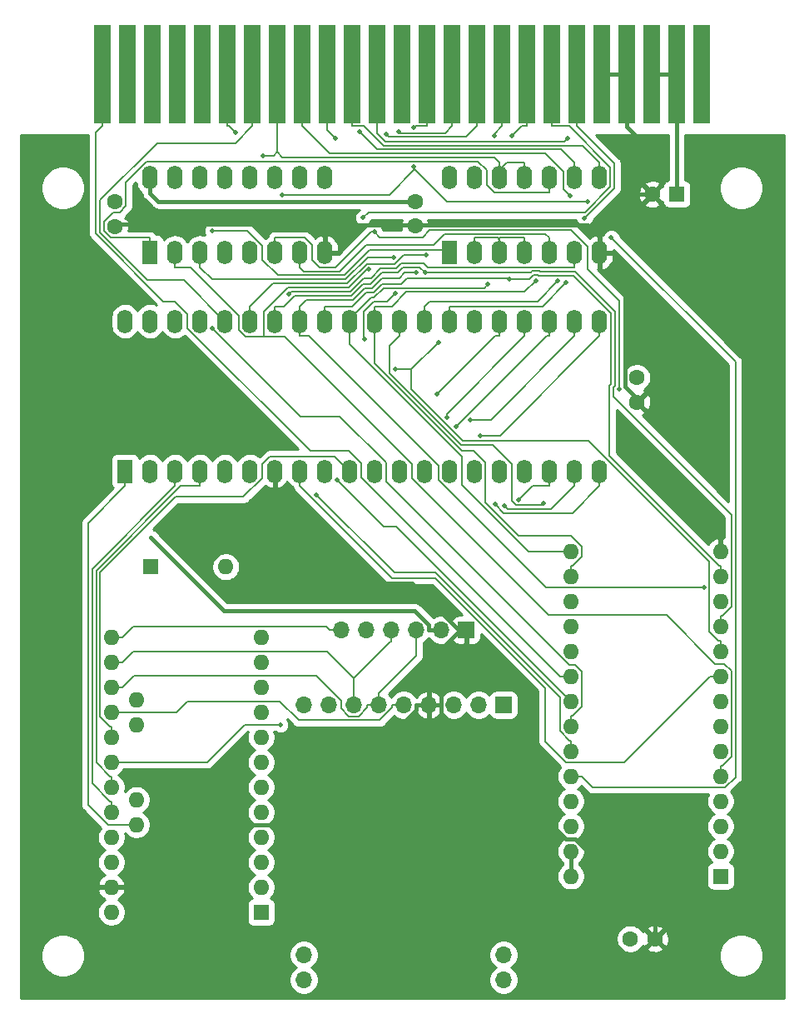
<source format=gbl>
G04 #@! TF.GenerationSoftware,KiCad,Pcbnew,(5.1.9)-1*
G04 #@! TF.CreationDate,2023-05-17T23:02:01+09:00*
G04 #@! TF.ProjectId,MSX_SD,4d53585f-5344-42e6-9b69-6361645f7063,rev?*
G04 #@! TF.SameCoordinates,PX53920b0PY93c3260*
G04 #@! TF.FileFunction,Copper,L2,Bot*
G04 #@! TF.FilePolarity,Positive*
%FSLAX46Y46*%
G04 Gerber Fmt 4.6, Leading zero omitted, Abs format (unit mm)*
G04 Created by KiCad (PCBNEW (5.1.9)-1) date 2023-05-17 23:02:01*
%MOMM*%
%LPD*%
G01*
G04 APERTURE LIST*
G04 #@! TA.AperFunction,ComponentPad*
%ADD10C,1.600000*%
G04 #@! TD*
G04 #@! TA.AperFunction,ComponentPad*
%ADD11R,1.600000X2.400000*%
G04 #@! TD*
G04 #@! TA.AperFunction,ComponentPad*
%ADD12O,1.600000X2.400000*%
G04 #@! TD*
G04 #@! TA.AperFunction,ComponentPad*
%ADD13R,1.600000X1.600000*%
G04 #@! TD*
G04 #@! TA.AperFunction,ComponentPad*
%ADD14R,1.700000X1.700000*%
G04 #@! TD*
G04 #@! TA.AperFunction,ComponentPad*
%ADD15O,1.700000X1.700000*%
G04 #@! TD*
G04 #@! TA.AperFunction,ComponentPad*
%ADD16O,1.600000X1.600000*%
G04 #@! TD*
G04 #@! TA.AperFunction,ConnectorPad*
%ADD17R,1.780000X10.000000*%
G04 #@! TD*
G04 #@! TA.AperFunction,ViaPad*
%ADD18C,0.500000*%
G04 #@! TD*
G04 #@! TA.AperFunction,Conductor*
%ADD19C,0.400000*%
G04 #@! TD*
G04 #@! TA.AperFunction,Conductor*
%ADD20C,0.200000*%
G04 #@! TD*
G04 #@! TA.AperFunction,Conductor*
%ADD21C,0.254000*%
G04 #@! TD*
G04 #@! TA.AperFunction,Conductor*
%ADD22C,0.100000*%
G04 #@! TD*
G04 APERTURE END LIST*
D10*
X63373000Y63755000D03*
X63373000Y61255000D03*
D11*
X11303000Y54230000D03*
D12*
X59563000Y69470000D03*
X13843000Y54230000D03*
X57023000Y69470000D03*
X16383000Y54230000D03*
X54483000Y69470000D03*
X18923000Y54230000D03*
X51943000Y69470000D03*
X21463000Y54230000D03*
X49403000Y69470000D03*
X24003000Y54230000D03*
X46863000Y69470000D03*
X26543000Y54230000D03*
X44323000Y69470000D03*
X29083000Y54230000D03*
X41783000Y69470000D03*
X31623000Y54230000D03*
X39243000Y69470000D03*
X34163000Y54230000D03*
X36703000Y69470000D03*
X36703000Y54230000D03*
X34163000Y69470000D03*
X39243000Y54230000D03*
X31623000Y69470000D03*
X41783000Y54230000D03*
X29083000Y69470000D03*
X44323000Y54230000D03*
X26543000Y69470000D03*
X46863000Y54230000D03*
X24003000Y69470000D03*
X49403000Y54230000D03*
X21463000Y69470000D03*
X51943000Y54230000D03*
X18923000Y69470000D03*
X54483000Y54230000D03*
X16383000Y69470000D03*
X57023000Y54230000D03*
X13843000Y69470000D03*
X59563000Y54230000D03*
X11303000Y69470000D03*
D10*
X62712000Y6722000D03*
X65212000Y6722000D03*
D13*
X67438000Y82381000D03*
D10*
X64938000Y82381000D03*
X40793000Y79144000D03*
X40793000Y81644000D03*
D14*
X49810000Y30480000D03*
D15*
X47270000Y30480000D03*
X44730000Y30480000D03*
X42190000Y30480000D03*
X39650000Y30480000D03*
X37110000Y30480000D03*
X34570000Y30480000D03*
X32030000Y30480000D03*
X29490000Y30480000D03*
X29490000Y2540000D03*
X29490000Y5080000D03*
X49810000Y2540000D03*
X49810000Y5080000D03*
D13*
X25146000Y9418000D03*
D16*
X25146000Y11958000D03*
X25146000Y14498000D03*
X9906000Y37358000D03*
X25146000Y17038000D03*
X9906000Y34818000D03*
X25146000Y19578000D03*
X9906000Y32278000D03*
X25146000Y22118000D03*
X9906000Y29738000D03*
X25146000Y24658000D03*
X9906000Y27198000D03*
X25146000Y27198000D03*
X9906000Y24658000D03*
X25146000Y29738000D03*
X9906000Y22118000D03*
X25146000Y32278000D03*
X9906000Y19578000D03*
X25146000Y34818000D03*
X9906000Y17038000D03*
X25146000Y37358000D03*
X9906000Y14498000D03*
X9906000Y11958000D03*
X9906000Y9418000D03*
X12446000Y18308000D03*
X12446000Y20848000D03*
X12446000Y28468000D03*
X12446000Y31008000D03*
D14*
X46000000Y38100000D03*
D15*
X43460000Y38100000D03*
X40920000Y38100000D03*
X38380000Y38100000D03*
X35840000Y38100000D03*
X33300000Y38100000D03*
D13*
X71882000Y13081000D03*
D16*
X56642000Y46101000D03*
X71882000Y15621000D03*
X56642000Y43561000D03*
X71882000Y18161000D03*
X56642000Y41021000D03*
X71882000Y20701000D03*
X56642000Y38481000D03*
X71882000Y23241000D03*
X56642000Y35941000D03*
X71882000Y25781000D03*
X56642000Y33401000D03*
X71882000Y28321000D03*
X56642000Y30861000D03*
X71882000Y30861000D03*
X56642000Y28321000D03*
X71882000Y33401000D03*
X56642000Y25781000D03*
X71882000Y35941000D03*
X56642000Y23241000D03*
X71882000Y38481000D03*
X56642000Y20701000D03*
X71882000Y41021000D03*
X56642000Y18161000D03*
X71882000Y43561000D03*
X56642000Y15621000D03*
X71882000Y46101000D03*
X56642000Y13081000D03*
D10*
X10287000Y79121000D03*
X10287000Y81621000D03*
D17*
X9000000Y94615000D03*
X11540000Y94615000D03*
X14080000Y94615000D03*
X16620000Y94615000D03*
X19160000Y94615000D03*
X21700000Y94615000D03*
X24240000Y94615000D03*
X26780000Y94615000D03*
X29320000Y94615000D03*
X31860000Y94615000D03*
X34400000Y94615000D03*
X36940000Y94615000D03*
X39480000Y94615000D03*
X42020000Y94615000D03*
X44560000Y94615000D03*
X47100000Y94615000D03*
X49640000Y94615000D03*
X52180000Y94615000D03*
X54720000Y94615000D03*
X57260000Y94615000D03*
X59800000Y94615000D03*
X62340000Y94615000D03*
X64880000Y94615000D03*
X67420000Y94615000D03*
X69960000Y94615000D03*
D11*
X13843000Y76454000D03*
D12*
X31623000Y84074000D03*
X16383000Y76454000D03*
X29083000Y84074000D03*
X18923000Y76454000D03*
X26543000Y84074000D03*
X21463000Y76454000D03*
X24003000Y84074000D03*
X24003000Y76454000D03*
X21463000Y84074000D03*
X26543000Y76454000D03*
X18923000Y84074000D03*
X29083000Y76454000D03*
X16383000Y84074000D03*
X31623000Y76454000D03*
X13843000Y84074000D03*
D11*
X44323000Y76454000D03*
D12*
X59563000Y84074000D03*
X46863000Y76454000D03*
X57023000Y84074000D03*
X49403000Y76454000D03*
X54483000Y84074000D03*
X51943000Y76454000D03*
X51943000Y84074000D03*
X54483000Y76454000D03*
X49403000Y84074000D03*
X57023000Y76454000D03*
X46863000Y84074000D03*
X59563000Y76454000D03*
X44323000Y84074000D03*
D13*
X13945000Y44501000D03*
D16*
X21565000Y44501000D03*
D18*
X13952000Y47452000D03*
X41812900Y74437200D03*
X40936800Y74399400D03*
X48835800Y88289700D03*
X70198500Y42424400D03*
X50399300Y73740700D03*
X48233600Y73240400D03*
X50647700Y88302000D03*
X53112500Y73610400D03*
X35517100Y79987800D03*
X53906000Y50933100D03*
X55307600Y73550400D03*
X56191300Y73405900D03*
X58060200Y79946100D03*
X38805200Y64567200D03*
X43215800Y67346500D03*
X35692900Y67652800D03*
X38774400Y72289800D03*
X40653000Y89152400D03*
X60769000Y77964700D03*
X56610200Y82197400D03*
X27277500Y82306400D03*
X58388000Y81636800D03*
X40700300Y85172400D03*
X32893000Y53349000D03*
X61538300Y62538700D03*
X39100300Y88752100D03*
X36697900Y78546500D03*
X30791900Y51806600D03*
X32723400Y88030300D03*
X38635900Y75989300D03*
X56367700Y88067500D03*
X37890400Y88453000D03*
X36131900Y74746700D03*
X35127600Y88725700D03*
X27962700Y72227400D03*
X25332200Y86298100D03*
X22567500Y88632500D03*
X20193000Y68735500D03*
X20193000Y78663500D03*
X41893300Y76192400D03*
X47445900Y57855600D03*
X46454000Y59449600D03*
X45002000Y58775800D03*
X44044700Y59730500D03*
X43071600Y62081100D03*
X27117100Y28468000D03*
X51342600Y51334200D03*
X49902500Y50695500D03*
X48920800Y50872000D03*
D19*
X40793000Y81644000D02*
X14672700Y81644000D01*
X14672700Y81644000D02*
X13843000Y82473700D01*
X42209700Y38100000D02*
X42209700Y38618100D01*
X42209700Y38618100D02*
X40769400Y40058400D01*
X40769400Y40058400D02*
X21345600Y40058400D01*
X21345600Y40058400D02*
X13952000Y47452000D01*
X13843000Y84074000D02*
X13843000Y82473700D01*
X43460000Y38100000D02*
X42209700Y38100000D01*
X56642000Y13081000D02*
X56642000Y15621000D01*
X67420000Y94615000D02*
X64880000Y94615000D01*
X67438000Y82381000D02*
X67438000Y94597000D01*
X67438000Y94597000D02*
X67420000Y94615000D01*
X13952000Y47452000D02*
X13906000Y47498000D01*
X40793000Y79144000D02*
X40905400Y79256400D01*
X40905400Y79256400D02*
X58360900Y79256400D01*
X58360900Y79256400D02*
X59288400Y78328900D01*
X26543000Y52629700D02*
X36301700Y42871000D01*
X36301700Y42871000D02*
X40457500Y42871000D01*
X40457500Y42871000D02*
X45315200Y38013300D01*
X26543000Y54230000D02*
X26543000Y52629700D01*
X45315200Y38013300D02*
X45401900Y38100000D01*
X43440300Y30480000D02*
X43440300Y36138400D01*
X43440300Y36138400D02*
X45315200Y38013300D01*
X63373000Y61255000D02*
X63373000Y61623700D01*
X63373000Y61623700D02*
X62172700Y62824000D01*
X62172700Y62824000D02*
X62172700Y72244000D01*
X62172700Y72244000D02*
X59563000Y74853700D01*
X31623000Y78054300D02*
X30363500Y79313800D01*
X30363500Y79313800D02*
X10479800Y79313800D01*
X10479800Y79313800D02*
X10287000Y79121000D01*
X40793000Y79144000D02*
X40713400Y79223600D01*
X40713400Y79223600D02*
X32792300Y79223600D01*
X32792300Y79223600D02*
X31623000Y78054300D01*
X31623000Y76454000D02*
X31623000Y78054300D01*
X46000000Y38100000D02*
X45401900Y38100000D01*
X42190000Y30480000D02*
X40939700Y30480000D01*
X9906000Y11958000D02*
X11106300Y11958000D01*
X11106300Y11958000D02*
X17456300Y18308000D01*
X17456300Y18308000D02*
X29285800Y18308000D01*
X29285800Y18308000D02*
X40939700Y29961900D01*
X40939700Y29961900D02*
X40939700Y30480000D01*
X42190000Y30480000D02*
X43440300Y30480000D01*
X43440300Y30480000D02*
X43440300Y29620400D01*
X43440300Y29620400D02*
X56169700Y16891000D01*
X56169700Y16891000D02*
X57089500Y16891000D01*
X57089500Y16891000D02*
X65212000Y8768500D01*
X65212000Y8768500D02*
X65212000Y6722000D01*
X59563000Y77904200D02*
X59563000Y78054300D01*
X59563000Y78054300D02*
X59288400Y78328900D01*
X59288400Y78328900D02*
X63340500Y82381000D01*
X63340500Y82381000D02*
X63340500Y88214200D01*
X63340500Y88214200D02*
X62340000Y89214700D01*
X63340500Y82381000D02*
X64938000Y82381000D01*
X62340000Y94615000D02*
X62340000Y89214700D01*
X59563000Y76454000D02*
X59563000Y74853700D01*
X59563000Y76454000D02*
X59563000Y77904200D01*
X62340000Y94615000D02*
X59800000Y94615000D01*
D20*
X71882000Y39581300D02*
X72110000Y39581300D01*
X72110000Y39581300D02*
X72982600Y40453900D01*
X72982600Y40453900D02*
X72982600Y49810900D01*
X72982600Y49810900D02*
X60988000Y61805500D01*
X60988000Y61805500D02*
X60988000Y62766600D01*
X60988000Y62766600D02*
X61148200Y62926800D01*
X61148200Y62926800D02*
X61148200Y70417800D01*
X61148200Y70417800D02*
X57065000Y74501000D01*
X57065000Y74501000D02*
X53566300Y74501000D01*
X53566300Y74501000D02*
X53506300Y74561000D01*
X53506300Y74561000D02*
X52718800Y74561000D01*
X52718800Y74561000D02*
X52595000Y74437200D01*
X52595000Y74437200D02*
X41812900Y74437200D01*
X26543000Y70970300D02*
X27483900Y70970300D01*
X27483900Y70970300D02*
X28539900Y72026300D01*
X28539900Y72026300D02*
X34315500Y72026300D01*
X34315500Y72026300D02*
X35522800Y73233600D01*
X35522800Y73233600D02*
X36269300Y73233600D01*
X36269300Y73233600D02*
X37477100Y74441400D01*
X37477100Y74441400D02*
X39015900Y74441400D01*
X39015900Y74441400D02*
X39541200Y74966700D01*
X39541200Y74966700D02*
X41283400Y74966700D01*
X41283400Y74966700D02*
X41812900Y74437200D01*
X71882000Y38481000D02*
X71882000Y39581300D01*
X26543000Y69470000D02*
X26543000Y70970300D01*
X49640000Y89314700D02*
X48835800Y88510500D01*
X48835800Y88510500D02*
X48835800Y88289700D01*
X29083000Y70970300D02*
X29738600Y71625900D01*
X29738600Y71625900D02*
X34481200Y71625900D01*
X34481200Y71625900D02*
X35688600Y72833300D01*
X35688600Y72833300D02*
X36438500Y72833300D01*
X36438500Y72833300D02*
X37446200Y73841000D01*
X37446200Y73841000D02*
X39193300Y73841000D01*
X39193300Y73841000D02*
X39751700Y74399400D01*
X39751700Y74399400D02*
X40936800Y74399400D01*
X49640000Y94615000D02*
X49640000Y89314700D01*
X29083000Y69470000D02*
X29083000Y70970300D01*
X29083000Y67969700D02*
X30020700Y67969700D01*
X30020700Y67969700D02*
X43220600Y54769800D01*
X43220600Y54769800D02*
X43220600Y53364300D01*
X43220600Y53364300D02*
X54160500Y42424400D01*
X54160500Y42424400D02*
X70198500Y42424400D01*
X29083000Y69470000D02*
X29083000Y67969700D01*
X71882000Y44661300D02*
X71744300Y44661300D01*
X71744300Y44661300D02*
X60587700Y55817900D01*
X60587700Y55817900D02*
X60587700Y62932400D01*
X60587700Y62932400D02*
X60737800Y63082500D01*
X60737800Y63082500D02*
X60737800Y70262100D01*
X60737800Y70262100D02*
X56899200Y74100700D01*
X56899200Y74100700D02*
X53400500Y74100700D01*
X53400500Y74100700D02*
X53340500Y74160700D01*
X53340500Y74160700D02*
X52884600Y74160700D01*
X52884600Y74160700D02*
X52464600Y73740700D01*
X52464600Y73740700D02*
X50399300Y73740700D01*
X31623000Y70970300D02*
X34391800Y70970300D01*
X34391800Y70970300D02*
X35854400Y72432900D01*
X35854400Y72432900D02*
X36607500Y72432900D01*
X36607500Y72432900D02*
X37415100Y73240500D01*
X37415100Y73240500D02*
X39358800Y73240500D01*
X39358800Y73240500D02*
X39950500Y73832200D01*
X39950500Y73832200D02*
X50307800Y73832200D01*
X50307800Y73832200D02*
X50399300Y73740700D01*
X71882000Y43561000D02*
X71882000Y44661300D01*
X31623000Y69470000D02*
X31623000Y70970300D01*
X48233600Y73240400D02*
X47833400Y72840200D01*
X47833400Y72840200D02*
X37582400Y72840200D01*
X37582400Y72840200D02*
X36633500Y71891300D01*
X36633500Y71891300D02*
X36373000Y71891300D01*
X36373000Y71891300D02*
X34163000Y69681300D01*
X34163000Y69681300D02*
X34163000Y69470000D01*
X52180000Y89314700D02*
X51660400Y89314700D01*
X51660400Y89314700D02*
X50647700Y88302000D01*
X52180000Y94615000D02*
X52180000Y89314700D01*
X34163000Y67969700D02*
X34163000Y67135700D01*
X34163000Y67135700D02*
X45593000Y55705700D01*
X45593000Y55705700D02*
X45593000Y52855500D01*
X45593000Y52855500D02*
X52347500Y46101000D01*
X52347500Y46101000D02*
X56642000Y46101000D01*
X34163000Y69470000D02*
X34163000Y67969700D01*
X36703000Y69470000D02*
X36703000Y70970300D01*
X53112500Y73610400D02*
X51942000Y72439900D01*
X51942000Y72439900D02*
X39917400Y72439900D01*
X39917400Y72439900D02*
X38447800Y70970300D01*
X38447800Y70970300D02*
X36703000Y70970300D01*
X36703000Y67969700D02*
X36703000Y65161800D01*
X36703000Y65161800D02*
X45586700Y56278100D01*
X45586700Y56278100D02*
X46788700Y56278100D01*
X46788700Y56278100D02*
X47966500Y55100300D01*
X47966500Y55100300D02*
X47966500Y51048100D01*
X47966500Y51048100D02*
X51332100Y47682500D01*
X51332100Y47682500D02*
X56645100Y47682500D01*
X56645100Y47682500D02*
X57753400Y46574200D01*
X57753400Y46574200D02*
X57753400Y45544700D01*
X57753400Y45544700D02*
X56870000Y44661300D01*
X56870000Y44661300D02*
X56642000Y44661300D01*
X36703000Y69470000D02*
X36703000Y67969700D01*
X56642000Y43561000D02*
X56642000Y44661300D01*
X54720000Y89314700D02*
X56490600Y89314700D01*
X56490600Y89314700D02*
X60674400Y85130900D01*
X60674400Y85130900D02*
X60674400Y83135400D01*
X60674400Y83135400D02*
X58074700Y80535700D01*
X58074700Y80535700D02*
X36065000Y80535700D01*
X36065000Y80535700D02*
X35517100Y79987800D01*
X54720000Y94615000D02*
X54720000Y89314700D01*
X39243000Y67969700D02*
X38239700Y66966400D01*
X38239700Y66966400D02*
X38239700Y64191200D01*
X38239700Y64191200D02*
X45526000Y56904900D01*
X45526000Y56904900D02*
X48684800Y56904900D01*
X48684800Y56904900D02*
X50673000Y54916700D01*
X50673000Y54916700D02*
X50673000Y51198800D01*
X50673000Y51198800D02*
X51089400Y50782400D01*
X51089400Y50782400D02*
X53755300Y50782400D01*
X53755300Y50782400D02*
X53906000Y50933100D01*
X39243000Y69470000D02*
X39243000Y67969700D01*
X55307600Y73550400D02*
X53240800Y71483600D01*
X53240800Y71483600D02*
X42296200Y71483600D01*
X42296200Y71483600D02*
X42296200Y71483500D01*
X42296200Y71483500D02*
X41783000Y70970300D01*
X41783000Y69470000D02*
X41783000Y70970300D01*
X44323000Y69470000D02*
X44323000Y70970300D01*
X57260000Y94615000D02*
X57260000Y89314700D01*
X57260000Y89314700D02*
X61096500Y85478200D01*
X61096500Y85478200D02*
X61096500Y82982400D01*
X61096500Y82982400D02*
X58060200Y79946100D01*
X56191300Y73405900D02*
X53755700Y70970300D01*
X53755700Y70970300D02*
X44323000Y70970300D01*
X40436500Y64567200D02*
X40436500Y62560500D01*
X40436500Y62560500D02*
X45691800Y57305200D01*
X45691800Y57305200D02*
X58451900Y57305200D01*
X58451900Y57305200D02*
X70753400Y45003700D01*
X70753400Y45003700D02*
X70753400Y37941900D01*
X70753400Y37941900D02*
X71654000Y37041300D01*
X71654000Y37041300D02*
X71882000Y37041300D01*
X40436500Y64567200D02*
X38805200Y64567200D01*
X43215800Y67346500D02*
X40436500Y64567200D01*
X71882000Y35941000D02*
X71882000Y37041300D01*
X35692900Y67652800D02*
X35549700Y67796000D01*
X35549700Y67796000D02*
X35549700Y70429800D01*
X35549700Y70429800D02*
X36610800Y71490900D01*
X36610800Y71490900D02*
X37975500Y71490900D01*
X37975500Y71490900D02*
X38774400Y72289800D01*
X29083000Y52729700D02*
X38441400Y43371300D01*
X38441400Y43371300D02*
X42868900Y43371300D01*
X42868900Y43371300D02*
X54022000Y32218200D01*
X54022000Y32218200D02*
X54022000Y26786300D01*
X54022000Y26786300D02*
X56138500Y24669800D01*
X56138500Y24669800D02*
X62050500Y24669800D01*
X62050500Y24669800D02*
X70781700Y33401000D01*
X42020000Y89314700D02*
X40815300Y89314700D01*
X40815300Y89314700D02*
X40653000Y89152400D01*
X71882000Y33401000D02*
X70781700Y33401000D01*
X29083000Y54230000D02*
X29083000Y52729700D01*
X42020000Y94615000D02*
X42020000Y89314700D01*
X29320000Y89314700D02*
X32111400Y86523300D01*
X32111400Y86523300D02*
X54018000Y86523300D01*
X54018000Y86523300D02*
X55894600Y84646700D01*
X55894600Y84646700D02*
X55894600Y82913000D01*
X55894600Y82913000D02*
X56610200Y82197400D01*
X29320000Y94615000D02*
X29320000Y89314700D01*
X56642000Y23241000D02*
X57742300Y23241000D01*
X60769000Y77964700D02*
X73393100Y65340600D01*
X73393100Y65340600D02*
X73393100Y23151900D01*
X73393100Y23151900D02*
X72359800Y22118600D01*
X72359800Y22118600D02*
X58864700Y22118600D01*
X58864700Y22118600D02*
X57742300Y23241000D01*
X40756800Y84896300D02*
X40756800Y85115900D01*
X40756800Y85115900D02*
X40700300Y85172400D01*
X40756800Y84896300D02*
X44016300Y81636800D01*
X44016300Y81636800D02*
X58388000Y81636800D01*
X40756800Y84896300D02*
X38166900Y82306400D01*
X38166900Y82306400D02*
X27277500Y82306400D01*
X32893000Y53349000D02*
X37649200Y48592800D01*
X37649200Y48592800D02*
X38910200Y48592800D01*
X38910200Y48592800D02*
X56642000Y30861000D01*
X36697900Y78546500D02*
X37225800Y78018600D01*
X37225800Y78018600D02*
X41564800Y78018600D01*
X41564800Y78018600D02*
X42302300Y78756100D01*
X42302300Y78756100D02*
X56698000Y78756100D01*
X56698000Y78756100D02*
X58367000Y77087100D01*
X58367000Y77087100D02*
X58367000Y74754000D01*
X58367000Y74754000D02*
X61602000Y71519000D01*
X61602000Y71519000D02*
X61602000Y62602400D01*
X61602000Y62602400D02*
X61538300Y62538700D01*
X36697900Y78546500D02*
X36306900Y78546500D01*
X36306900Y78546500D02*
X32714100Y74953700D01*
X32714100Y74953700D02*
X31114700Y74953700D01*
X31114700Y74953700D02*
X30353000Y75715400D01*
X30353000Y75715400D02*
X30353000Y77182900D01*
X30353000Y77182900D02*
X29581600Y77954300D01*
X29581600Y77954300D02*
X26543000Y77954300D01*
X44560000Y89314700D02*
X43847300Y88602000D01*
X43847300Y88602000D02*
X39250400Y88602000D01*
X39250400Y88602000D02*
X39100300Y88752100D01*
X44560000Y94615000D02*
X44560000Y89314700D01*
X26543000Y76454000D02*
X26543000Y77954300D01*
X31860000Y94615000D02*
X31860000Y88893700D01*
X31860000Y88893700D02*
X32723400Y88030300D01*
X56642000Y26881300D02*
X56504300Y26881300D01*
X56504300Y26881300D02*
X55541700Y27843900D01*
X55541700Y27843900D02*
X55541700Y31264800D01*
X55541700Y31264800D02*
X42893200Y43913300D01*
X42893200Y43913300D02*
X38685200Y43913300D01*
X38685200Y43913300D02*
X30791900Y51806600D01*
X56642000Y25781000D02*
X56642000Y26881300D01*
X18923000Y74953700D02*
X20139500Y73737200D01*
X20139500Y73737200D02*
X33762000Y73737200D01*
X33762000Y73737200D02*
X36014000Y75989200D01*
X36014000Y75989200D02*
X38635900Y75989200D01*
X38635900Y75989200D02*
X38635900Y75989300D01*
X18923000Y76454000D02*
X18923000Y74953700D01*
X36940000Y89314700D02*
X36940000Y88573700D01*
X36940000Y88573700D02*
X37786500Y87727200D01*
X37786500Y87727200D02*
X56027400Y87727200D01*
X56027400Y87727200D02*
X56367700Y88067500D01*
X36940000Y94615000D02*
X36940000Y89314700D01*
X25413200Y67913300D02*
X25413200Y70457200D01*
X25413200Y70457200D02*
X27892600Y72936600D01*
X27892600Y72936600D02*
X34093600Y72936600D01*
X34093600Y72936600D02*
X35903700Y74746700D01*
X35903700Y74746700D02*
X36131900Y74746700D01*
X47100000Y94615000D02*
X47100000Y89314700D01*
X47100000Y89314700D02*
X45987000Y88201700D01*
X45987000Y88201700D02*
X38141700Y88201700D01*
X38141700Y88201700D02*
X37890400Y88453000D01*
X25413200Y67913300D02*
X27515800Y67913300D01*
X27515800Y67913300D02*
X40513000Y54916100D01*
X40513000Y54916100D02*
X40513000Y53478600D01*
X40513000Y53478600D02*
X54406300Y39585300D01*
X54406300Y39585300D02*
X66369300Y39585300D01*
X66369300Y39585300D02*
X71283600Y34671000D01*
X71283600Y34671000D02*
X72269100Y34671000D01*
X72269100Y34671000D02*
X72992700Y33947400D01*
X72992700Y33947400D02*
X72992700Y25224000D01*
X72992700Y25224000D02*
X72110000Y24341300D01*
X72110000Y24341300D02*
X71882000Y24341300D01*
X16383000Y74953700D02*
X17993600Y74953700D01*
X17993600Y74953700D02*
X22900100Y70047200D01*
X22900100Y70047200D02*
X22900100Y68580700D01*
X22900100Y68580700D02*
X23567500Y67913300D01*
X23567500Y67913300D02*
X25413200Y67913300D01*
X71882000Y23241000D02*
X71882000Y24341300D01*
X16383000Y76454000D02*
X16383000Y74953700D01*
X57023000Y84074000D02*
X57023000Y85574300D01*
X57023000Y85574300D02*
X55673600Y86923700D01*
X55673600Y86923700D02*
X36929600Y86923700D01*
X36929600Y86923700D02*
X35127600Y88725700D01*
X34400000Y94615000D02*
X34400000Y89314700D01*
X34400000Y89314700D02*
X35618800Y89314700D01*
X35618800Y89314700D02*
X37606600Y87326900D01*
X37606600Y87326900D02*
X57810400Y87326900D01*
X57810400Y87326900D02*
X59563000Y85574300D01*
X59563000Y84074000D02*
X59563000Y85574300D01*
X57023000Y74953700D02*
X53679700Y74953700D01*
X53679700Y74953700D02*
X53672100Y74961300D01*
X53672100Y74961300D02*
X52553000Y74961300D01*
X52553000Y74961300D02*
X52545400Y74953700D01*
X52545400Y74953700D02*
X42074700Y74953700D01*
X42074700Y74953700D02*
X41637500Y75390900D01*
X41637500Y75390900D02*
X39399200Y75390900D01*
X39399200Y75390900D02*
X38850000Y74841700D01*
X38850000Y74841700D02*
X37311200Y74841700D01*
X37311200Y74841700D02*
X36303500Y73834000D01*
X36303500Y73834000D02*
X35557100Y73834000D01*
X35557100Y73834000D02*
X34225500Y72502400D01*
X34225500Y72502400D02*
X28237700Y72502400D01*
X28237700Y72502400D02*
X27962700Y72227400D01*
X57023000Y76454000D02*
X57023000Y74953700D01*
X49403000Y85574300D02*
X48854300Y86123000D01*
X48854300Y86123000D02*
X27320000Y86123000D01*
X27320000Y86123000D02*
X26780000Y86663000D01*
X26780000Y86663000D02*
X26415100Y86298100D01*
X26415100Y86298100D02*
X25332200Y86298100D01*
X26780000Y89314700D02*
X26780000Y86663000D01*
X51943000Y84074000D02*
X51943000Y85574300D01*
X49403000Y84824200D02*
X50153100Y85574300D01*
X50153100Y85574300D02*
X51943000Y85574300D01*
X49403000Y84824200D02*
X49403000Y85574300D01*
X49403000Y84074000D02*
X49403000Y84824200D01*
X26780000Y94615000D02*
X26780000Y89314700D01*
X21463000Y69470000D02*
X17256500Y73676500D01*
X17256500Y73676500D02*
X13586900Y73676500D01*
X13586900Y73676500D02*
X8758400Y78505000D01*
X8758400Y78505000D02*
X8758400Y81748800D01*
X8758400Y81748800D02*
X14596100Y87586500D01*
X14596100Y87586500D02*
X22511800Y87586500D01*
X22511800Y87586500D02*
X24240000Y89314700D01*
X24240000Y94615000D02*
X24240000Y89314700D01*
X11303000Y54230000D02*
X11303000Y52729700D01*
X12446000Y18308000D02*
X9551000Y18308000D01*
X9551000Y18308000D02*
X7533500Y20325500D01*
X7533500Y20325500D02*
X7533500Y48960200D01*
X7533500Y48960200D02*
X11303000Y52729700D01*
X21700000Y94615000D02*
X21700000Y89314700D01*
X21700000Y89314700D02*
X21885300Y89314700D01*
X21885300Y89314700D02*
X22567500Y88632500D01*
X39650000Y30480000D02*
X38499700Y30480000D01*
X38499700Y30480000D02*
X38499700Y30192400D01*
X38499700Y30192400D02*
X37226900Y28919600D01*
X37226900Y28919600D02*
X28948200Y28919600D01*
X28948200Y28919600D02*
X27028600Y30839200D01*
X27028600Y30839200D02*
X17626300Y30839200D01*
X17626300Y30839200D02*
X16525100Y29738000D01*
X16525100Y29738000D02*
X9906000Y29738000D01*
X37110000Y30480000D02*
X37110000Y31630300D01*
X40920000Y38100000D02*
X40920000Y35440300D01*
X40920000Y35440300D02*
X37110000Y31630300D01*
X37110000Y30480000D02*
X35959700Y30480000D01*
X35959700Y30480000D02*
X35959700Y30192400D01*
X35959700Y30192400D02*
X35096400Y29329100D01*
X35096400Y29329100D02*
X34092000Y29329100D01*
X34092000Y29329100D02*
X33300000Y30121100D01*
X33300000Y30121100D02*
X33300000Y30875800D01*
X33300000Y30875800D02*
X30728100Y33447700D01*
X30728100Y33447700D02*
X12176000Y33447700D01*
X12176000Y33447700D02*
X11006300Y32278000D01*
X9906000Y32278000D02*
X11006300Y32278000D01*
X34570000Y33184700D02*
X34570000Y31630300D01*
X11006300Y34818000D02*
X12123100Y35934800D01*
X12123100Y35934800D02*
X31819900Y35934800D01*
X31819900Y35934800D02*
X34570000Y33184700D01*
X38380000Y36949700D02*
X38335000Y36949700D01*
X38335000Y36949700D02*
X34570000Y33184700D01*
X38380000Y38100000D02*
X38380000Y36949700D01*
X9906000Y34818000D02*
X11006300Y34818000D01*
X34570000Y30480000D02*
X34570000Y31630300D01*
X9906000Y37358000D02*
X11006300Y37358000D01*
X33300000Y38100000D02*
X32149700Y38100000D01*
X32149700Y38100000D02*
X31789900Y38459800D01*
X31789900Y38459800D02*
X12108100Y38459800D01*
X12108100Y38459800D02*
X11006300Y37358000D01*
X20193000Y68735500D02*
X29164100Y59764400D01*
X29164100Y59764400D02*
X33160100Y59764400D01*
X33160100Y59764400D02*
X37845000Y55079500D01*
X37845000Y55079500D02*
X37845000Y53168400D01*
X37845000Y53168400D02*
X56484000Y34529400D01*
X56484000Y34529400D02*
X57106300Y34529400D01*
X57106300Y34529400D02*
X57742400Y33893300D01*
X57742400Y33893300D02*
X57742400Y30293700D01*
X57742400Y30293700D02*
X56870000Y29421300D01*
X56870000Y29421300D02*
X56642000Y29421300D01*
X56642000Y28321000D02*
X56642000Y29421300D01*
X56642000Y33401000D02*
X55541700Y33401000D01*
X9000000Y94615000D02*
X9000000Y89314700D01*
X9000000Y89314700D02*
X8306200Y88620900D01*
X8306200Y88620900D02*
X8306200Y78391000D01*
X8306200Y78391000D02*
X15207200Y71490000D01*
X15207200Y71490000D02*
X16353700Y71490000D01*
X16353700Y71490000D02*
X17653000Y70190700D01*
X17653000Y70190700D02*
X17653000Y68779400D01*
X17653000Y68779400D02*
X30141700Y56290700D01*
X30141700Y56290700D02*
X34067200Y56290700D01*
X34067200Y56290700D02*
X35309100Y55048800D01*
X35309100Y55048800D02*
X35309100Y53633600D01*
X35309100Y53633600D02*
X55541700Y33401000D01*
X20193000Y78663500D02*
X23759900Y78663500D01*
X23759900Y78663500D02*
X25273000Y77150400D01*
X25273000Y77150400D02*
X25273000Y75723600D01*
X25273000Y75723600D02*
X26859100Y74137500D01*
X26859100Y74137500D02*
X33596100Y74137500D01*
X33596100Y74137500D02*
X36201600Y76743000D01*
X36201600Y76743000D02*
X44034000Y76743000D01*
X44034000Y76743000D02*
X44323000Y76454000D01*
X46863000Y76454000D02*
X46863000Y77954300D01*
X49403000Y77744200D02*
X49192900Y77954300D01*
X49192900Y77954300D02*
X46863000Y77954300D01*
X49403000Y77744200D02*
X49403000Y77954300D01*
X49403000Y76454000D02*
X49403000Y77744200D01*
X51943000Y76454000D02*
X51943000Y77954300D01*
X51943000Y77954300D02*
X49403000Y77954300D01*
X54483000Y82573700D02*
X48876200Y82573700D01*
X48876200Y82573700D02*
X48133000Y83316900D01*
X48133000Y83316900D02*
X48133000Y84807600D01*
X48133000Y84807600D02*
X47217900Y85722700D01*
X47217900Y85722700D02*
X13506500Y85722700D01*
X13506500Y85722700D02*
X11387300Y83603500D01*
X11387300Y83603500D02*
X11387300Y81165200D01*
X11387300Y81165200D02*
X10742800Y80520700D01*
X10742800Y80520700D02*
X10093100Y80520700D01*
X10093100Y80520700D02*
X9158800Y79586400D01*
X9158800Y79586400D02*
X9158800Y78673200D01*
X9158800Y78673200D02*
X9877700Y77954300D01*
X9877700Y77954300D02*
X13843000Y77954300D01*
X13843000Y76454000D02*
X13843000Y77954300D01*
X54483000Y84074000D02*
X54483000Y82573700D01*
X29083000Y74953700D02*
X29498900Y74537800D01*
X29498900Y74537800D02*
X33116400Y74537800D01*
X33116400Y74537800D02*
X35817800Y77239200D01*
X35817800Y77239200D02*
X42683500Y77239200D01*
X42683500Y77239200D02*
X43800100Y78355800D01*
X43800100Y78355800D02*
X54081500Y78355800D01*
X54081500Y78355800D02*
X54483000Y77954300D01*
X29083000Y76454000D02*
X29083000Y74953700D01*
X54483000Y76454000D02*
X54483000Y77954300D01*
X24003000Y70970300D02*
X26369600Y73336900D01*
X26369600Y73336900D02*
X33927800Y73336900D01*
X33927800Y73336900D02*
X35894100Y75303200D01*
X35894100Y75303200D02*
X38745400Y75303200D01*
X38745400Y75303200D02*
X39634600Y76192400D01*
X39634600Y76192400D02*
X41893300Y76192400D01*
X24003000Y69470000D02*
X24003000Y70970300D01*
X59563000Y67969700D02*
X49448900Y57855600D01*
X49448900Y57855600D02*
X47445900Y57855600D01*
X59563000Y69470000D02*
X59563000Y67969700D01*
X57023000Y69470000D02*
X57023000Y67969700D01*
X46454000Y59449600D02*
X48502900Y59449600D01*
X48502900Y59449600D02*
X57023000Y67969700D01*
X16383000Y54230000D02*
X16383000Y52729700D01*
X9906000Y19578000D02*
X9906000Y20678300D01*
X9906000Y20678300D02*
X9768500Y20678300D01*
X9768500Y20678300D02*
X7949500Y22497300D01*
X7949500Y22497300D02*
X7949500Y44296200D01*
X7949500Y44296200D02*
X16383000Y52729700D01*
X54483000Y67969700D02*
X54195900Y67969700D01*
X54195900Y67969700D02*
X45002000Y58775800D01*
X54483000Y69470000D02*
X54483000Y67969700D01*
X18923000Y52729700D02*
X16987100Y52729700D01*
X16987100Y52729700D02*
X8370600Y44113200D01*
X8370600Y44113200D02*
X8370600Y24616200D01*
X8370600Y24616200D02*
X9768500Y23218300D01*
X9768500Y23218300D02*
X9906000Y23218300D01*
X18923000Y54230000D02*
X18923000Y52729700D01*
X9906000Y22118000D02*
X9906000Y23218300D01*
X51943000Y69470000D02*
X51943000Y67969700D01*
X44044700Y59730500D02*
X44044700Y60071400D01*
X44044700Y60071400D02*
X51943000Y67969700D01*
X49403000Y69470000D02*
X49403000Y67969700D01*
X43071600Y62081100D02*
X48960200Y67969700D01*
X48960200Y67969700D02*
X49403000Y67969700D01*
X9906000Y27198000D02*
X9906000Y28298300D01*
X9906000Y28298300D02*
X9768500Y28298300D01*
X9768500Y28298300D02*
X8771000Y29295800D01*
X8771000Y29295800D02*
X8771000Y43947300D01*
X8771000Y43947300D02*
X16436100Y51612400D01*
X16436100Y51612400D02*
X23347300Y51612400D01*
X23347300Y51612400D02*
X25273000Y53538100D01*
X25273000Y53538100D02*
X25273000Y54951200D01*
X25273000Y54951200D02*
X26056600Y55734800D01*
X26056600Y55734800D02*
X32658200Y55734800D01*
X32658200Y55734800D02*
X34163000Y54230000D01*
X9906000Y24658000D02*
X19664500Y24658000D01*
X19664500Y24658000D02*
X23474500Y28468000D01*
X23474500Y28468000D02*
X27117100Y28468000D01*
X54483000Y52729700D02*
X52738100Y52729700D01*
X52738100Y52729700D02*
X51342600Y51334200D01*
X54483000Y54230000D02*
X54483000Y52729700D01*
X57023000Y52729700D02*
X54675400Y50382100D01*
X54675400Y50382100D02*
X50215900Y50382100D01*
X50215900Y50382100D02*
X49902500Y50695500D01*
X57023000Y54230000D02*
X57023000Y52729700D01*
X48920800Y50872000D02*
X49811000Y49981800D01*
X49811000Y49981800D02*
X56815100Y49981800D01*
X56815100Y49981800D02*
X59563000Y52729700D01*
X59563000Y54230000D02*
X59563000Y52729700D01*
D21*
X7571201Y78427115D02*
X7567644Y78391000D01*
X7581835Y78246915D01*
X7621028Y78117715D01*
X7623864Y78108367D01*
X7692114Y77980680D01*
X7783963Y77868762D01*
X7812008Y77845746D01*
X14525345Y71132408D01*
X14394807Y71202182D01*
X14124308Y71284236D01*
X13843000Y71311943D01*
X13561691Y71284236D01*
X13291192Y71202182D01*
X13041899Y71068932D01*
X12823392Y70889607D01*
X12644068Y70671100D01*
X12573000Y70538142D01*
X12501932Y70671101D01*
X12322607Y70889608D01*
X12104100Y71068932D01*
X11854807Y71202182D01*
X11584308Y71284236D01*
X11303000Y71311943D01*
X11021691Y71284236D01*
X10751192Y71202182D01*
X10501899Y71068932D01*
X10283392Y70889607D01*
X10104068Y70671100D01*
X9970818Y70421807D01*
X9888764Y70151308D01*
X9868000Y69940491D01*
X9868000Y68999508D01*
X9888764Y68788691D01*
X9970818Y68518192D01*
X10104068Y68268899D01*
X10283393Y68050392D01*
X10501900Y67871068D01*
X10751193Y67737818D01*
X11021692Y67655764D01*
X11303000Y67628057D01*
X11584309Y67655764D01*
X11854808Y67737818D01*
X12104101Y67871068D01*
X12322608Y68050392D01*
X12501932Y68268899D01*
X12573000Y68401858D01*
X12644068Y68268899D01*
X12823393Y68050392D01*
X13041900Y67871068D01*
X13291193Y67737818D01*
X13561692Y67655764D01*
X13843000Y67628057D01*
X14124309Y67655764D01*
X14394808Y67737818D01*
X14644101Y67871068D01*
X14862608Y68050392D01*
X15041932Y68268899D01*
X15113000Y68401858D01*
X15184068Y68268899D01*
X15363393Y68050392D01*
X15581900Y67871068D01*
X15831193Y67737818D01*
X16101692Y67655764D01*
X16383000Y67628057D01*
X16664309Y67655764D01*
X16934808Y67737818D01*
X17184101Y67871068D01*
X17369628Y68023326D01*
X28923153Y56469800D01*
X26092705Y56469800D01*
X26056600Y56473356D01*
X25912515Y56459165D01*
X25773966Y56417137D01*
X25646280Y56348887D01*
X25534362Y56257038D01*
X25511346Y56228993D01*
X24972820Y55690467D01*
X24804100Y55828932D01*
X24554807Y55962182D01*
X24284308Y56044236D01*
X24003000Y56071943D01*
X23721691Y56044236D01*
X23451192Y55962182D01*
X23201899Y55828932D01*
X22983392Y55649607D01*
X22804068Y55431100D01*
X22733000Y55298142D01*
X22661932Y55431101D01*
X22482607Y55649608D01*
X22264100Y55828932D01*
X22014807Y55962182D01*
X21744308Y56044236D01*
X21463000Y56071943D01*
X21181691Y56044236D01*
X20911192Y55962182D01*
X20661899Y55828932D01*
X20443392Y55649607D01*
X20264068Y55431100D01*
X20193000Y55298142D01*
X20121932Y55431101D01*
X19942607Y55649608D01*
X19724100Y55828932D01*
X19474807Y55962182D01*
X19204308Y56044236D01*
X18923000Y56071943D01*
X18641691Y56044236D01*
X18371192Y55962182D01*
X18121899Y55828932D01*
X17903392Y55649607D01*
X17724068Y55431100D01*
X17653000Y55298142D01*
X17581932Y55431101D01*
X17402607Y55649608D01*
X17184100Y55828932D01*
X16934807Y55962182D01*
X16664308Y56044236D01*
X16383000Y56071943D01*
X16101691Y56044236D01*
X15831192Y55962182D01*
X15581899Y55828932D01*
X15363392Y55649607D01*
X15184068Y55431100D01*
X15113000Y55298142D01*
X15041932Y55431101D01*
X14862607Y55649608D01*
X14644100Y55828932D01*
X14394807Y55962182D01*
X14124308Y56044236D01*
X13843000Y56071943D01*
X13561691Y56044236D01*
X13291192Y55962182D01*
X13041899Y55828932D01*
X12823392Y55649607D01*
X12730581Y55536517D01*
X12728812Y55554482D01*
X12692502Y55674180D01*
X12633537Y55784494D01*
X12554185Y55881185D01*
X12457494Y55960537D01*
X12347180Y56019502D01*
X12227482Y56055812D01*
X12103000Y56068072D01*
X10503000Y56068072D01*
X10378518Y56055812D01*
X10258820Y56019502D01*
X10148506Y55960537D01*
X10051815Y55881185D01*
X9972463Y55784494D01*
X9913498Y55674180D01*
X9877188Y55554482D01*
X9864928Y55430000D01*
X9864928Y53030000D01*
X9877188Y52905518D01*
X9913498Y52785820D01*
X9972463Y52675506D01*
X10051815Y52578815D01*
X10085238Y52551385D01*
X7039308Y49505454D01*
X7011263Y49482438D01*
X6919414Y49370520D01*
X6875661Y49288663D01*
X6851164Y49242833D01*
X6809135Y49104285D01*
X6794944Y48960200D01*
X6798501Y48924085D01*
X6798500Y20361605D01*
X6794944Y20325500D01*
X6798500Y20289396D01*
X6809135Y20181416D01*
X6851163Y20042868D01*
X6919413Y19915181D01*
X7011262Y19803263D01*
X7039308Y19780246D01*
X8829079Y17990475D01*
X8791363Y17952759D01*
X8634320Y17717727D01*
X8526147Y17456574D01*
X8471000Y17179335D01*
X8471000Y16896665D01*
X8526147Y16619426D01*
X8634320Y16358273D01*
X8791363Y16123241D01*
X8991241Y15923363D01*
X9223759Y15768000D01*
X8991241Y15612637D01*
X8791363Y15412759D01*
X8634320Y15177727D01*
X8526147Y14916574D01*
X8471000Y14639335D01*
X8471000Y14356665D01*
X8526147Y14079426D01*
X8634320Y13818273D01*
X8791363Y13583241D01*
X8991241Y13383363D01*
X9226273Y13226320D01*
X9236865Y13221933D01*
X9050869Y13110385D01*
X8842481Y12921414D01*
X8674963Y12695420D01*
X8554754Y12441087D01*
X8514096Y12307039D01*
X8636085Y12085000D01*
X9779000Y12085000D01*
X9779000Y12105000D01*
X10033000Y12105000D01*
X10033000Y12085000D01*
X11175915Y12085000D01*
X11297904Y12307039D01*
X11257246Y12441087D01*
X11137037Y12695420D01*
X10969519Y12921414D01*
X10761131Y13110385D01*
X10575135Y13221933D01*
X10585727Y13226320D01*
X10820759Y13383363D01*
X11020637Y13583241D01*
X11177680Y13818273D01*
X11285853Y14079426D01*
X11341000Y14356665D01*
X11341000Y14639335D01*
X11285853Y14916574D01*
X11177680Y15177727D01*
X11020637Y15412759D01*
X10820759Y15612637D01*
X10588241Y15768000D01*
X10820759Y15923363D01*
X11020637Y16123241D01*
X11177680Y16358273D01*
X11285853Y16619426D01*
X11341000Y16896665D01*
X11341000Y17179335D01*
X11285853Y17456574D01*
X11280646Y17469144D01*
X11331363Y17393241D01*
X11531241Y17193363D01*
X11766273Y17036320D01*
X12027426Y16928147D01*
X12304665Y16873000D01*
X12587335Y16873000D01*
X12864574Y16928147D01*
X13125727Y17036320D01*
X13360759Y17193363D01*
X13560637Y17393241D01*
X13717680Y17628273D01*
X13825853Y17889426D01*
X13881000Y18166665D01*
X13881000Y18449335D01*
X13825853Y18726574D01*
X13717680Y18987727D01*
X13560637Y19222759D01*
X13360759Y19422637D01*
X13128241Y19578000D01*
X13360759Y19733363D01*
X13560637Y19933241D01*
X13717680Y20168273D01*
X13825853Y20429426D01*
X13881000Y20706665D01*
X13881000Y20989335D01*
X13825853Y21266574D01*
X13717680Y21527727D01*
X13560637Y21762759D01*
X13360759Y21962637D01*
X13125727Y22119680D01*
X12864574Y22227853D01*
X12587335Y22283000D01*
X12304665Y22283000D01*
X12027426Y22227853D01*
X11766273Y22119680D01*
X11531241Y21962637D01*
X11331363Y21762759D01*
X11280646Y21686856D01*
X11285853Y21699426D01*
X11341000Y21976665D01*
X11341000Y22259335D01*
X11285853Y22536574D01*
X11177680Y22797727D01*
X11020637Y23032759D01*
X10820759Y23232637D01*
X10630632Y23359676D01*
X10630365Y23362385D01*
X10616805Y23407086D01*
X10820759Y23543363D01*
X11020637Y23743241D01*
X11140748Y23923000D01*
X19628395Y23923000D01*
X19664500Y23919444D01*
X19700605Y23923000D01*
X19704017Y23923336D01*
X19808585Y23933635D01*
X19812425Y23934800D01*
X19947133Y23975663D01*
X20074820Y24043913D01*
X20186738Y24135762D01*
X20209759Y24163813D01*
X23778947Y27733000D01*
X23814372Y27733000D01*
X23766147Y27616574D01*
X23711000Y27339335D01*
X23711000Y27056665D01*
X23766147Y26779426D01*
X23874320Y26518273D01*
X24031363Y26283241D01*
X24231241Y26083363D01*
X24463759Y25928000D01*
X24231241Y25772637D01*
X24031363Y25572759D01*
X23874320Y25337727D01*
X23766147Y25076574D01*
X23711000Y24799335D01*
X23711000Y24516665D01*
X23766147Y24239426D01*
X23874320Y23978273D01*
X24031363Y23743241D01*
X24231241Y23543363D01*
X24463759Y23388000D01*
X24231241Y23232637D01*
X24031363Y23032759D01*
X23874320Y22797727D01*
X23766147Y22536574D01*
X23711000Y22259335D01*
X23711000Y21976665D01*
X23766147Y21699426D01*
X23874320Y21438273D01*
X24031363Y21203241D01*
X24231241Y21003363D01*
X24463759Y20848000D01*
X24231241Y20692637D01*
X24031363Y20492759D01*
X23874320Y20257727D01*
X23766147Y19996574D01*
X23711000Y19719335D01*
X23711000Y19436665D01*
X23766147Y19159426D01*
X23874320Y18898273D01*
X24031363Y18663241D01*
X24231241Y18463363D01*
X24463759Y18308000D01*
X24231241Y18152637D01*
X24031363Y17952759D01*
X23874320Y17717727D01*
X23766147Y17456574D01*
X23711000Y17179335D01*
X23711000Y16896665D01*
X23766147Y16619426D01*
X23874320Y16358273D01*
X24031363Y16123241D01*
X24231241Y15923363D01*
X24463759Y15768000D01*
X24231241Y15612637D01*
X24031363Y15412759D01*
X23874320Y15177727D01*
X23766147Y14916574D01*
X23711000Y14639335D01*
X23711000Y14356665D01*
X23766147Y14079426D01*
X23874320Y13818273D01*
X24031363Y13583241D01*
X24231241Y13383363D01*
X24463759Y13228000D01*
X24231241Y13072637D01*
X24031363Y12872759D01*
X23874320Y12637727D01*
X23766147Y12376574D01*
X23711000Y12099335D01*
X23711000Y11816665D01*
X23766147Y11539426D01*
X23874320Y11278273D01*
X24031363Y11043241D01*
X24229961Y10844643D01*
X24221518Y10843812D01*
X24101820Y10807502D01*
X23991506Y10748537D01*
X23894815Y10669185D01*
X23815463Y10572494D01*
X23756498Y10462180D01*
X23720188Y10342482D01*
X23707928Y10218000D01*
X23707928Y8618000D01*
X23720188Y8493518D01*
X23756498Y8373820D01*
X23815463Y8263506D01*
X23894815Y8166815D01*
X23991506Y8087463D01*
X24101820Y8028498D01*
X24221518Y7992188D01*
X24346000Y7979928D01*
X25946000Y7979928D01*
X26070482Y7992188D01*
X26190180Y8028498D01*
X26300494Y8087463D01*
X26397185Y8166815D01*
X26476537Y8263506D01*
X26535502Y8373820D01*
X26571812Y8493518D01*
X26584072Y8618000D01*
X26584072Y10218000D01*
X26571812Y10342482D01*
X26535502Y10462180D01*
X26476537Y10572494D01*
X26397185Y10669185D01*
X26300494Y10748537D01*
X26190180Y10807502D01*
X26070482Y10843812D01*
X26062039Y10844643D01*
X26260637Y11043241D01*
X26417680Y11278273D01*
X26525853Y11539426D01*
X26581000Y11816665D01*
X26581000Y12099335D01*
X26525853Y12376574D01*
X26417680Y12637727D01*
X26260637Y12872759D01*
X26060759Y13072637D01*
X25828241Y13228000D01*
X26060759Y13383363D01*
X26260637Y13583241D01*
X26417680Y13818273D01*
X26525853Y14079426D01*
X26581000Y14356665D01*
X26581000Y14639335D01*
X26525853Y14916574D01*
X26417680Y15177727D01*
X26260637Y15412759D01*
X26060759Y15612637D01*
X25828241Y15768000D01*
X26060759Y15923363D01*
X26260637Y16123241D01*
X26417680Y16358273D01*
X26525853Y16619426D01*
X26581000Y16896665D01*
X26581000Y17179335D01*
X26525853Y17456574D01*
X26417680Y17717727D01*
X26260637Y17952759D01*
X26060759Y18152637D01*
X25828241Y18308000D01*
X26060759Y18463363D01*
X26260637Y18663241D01*
X26417680Y18898273D01*
X26525853Y19159426D01*
X26581000Y19436665D01*
X26581000Y19719335D01*
X26525853Y19996574D01*
X26417680Y20257727D01*
X26260637Y20492759D01*
X26060759Y20692637D01*
X25828241Y20848000D01*
X26060759Y21003363D01*
X26260637Y21203241D01*
X26417680Y21438273D01*
X26525853Y21699426D01*
X26581000Y21976665D01*
X26581000Y22259335D01*
X26525853Y22536574D01*
X26417680Y22797727D01*
X26260637Y23032759D01*
X26060759Y23232637D01*
X25828241Y23388000D01*
X26060759Y23543363D01*
X26260637Y23743241D01*
X26417680Y23978273D01*
X26525853Y24239426D01*
X26581000Y24516665D01*
X26581000Y24799335D01*
X26525853Y25076574D01*
X26417680Y25337727D01*
X26260637Y25572759D01*
X26060759Y25772637D01*
X25828241Y25928000D01*
X26060759Y26083363D01*
X26260637Y26283241D01*
X26417680Y26518273D01*
X26525853Y26779426D01*
X26581000Y27056665D01*
X26581000Y27339335D01*
X26525853Y27616574D01*
X26477628Y27733000D01*
X26624147Y27733000D01*
X26697895Y27683723D01*
X26858955Y27617010D01*
X27029935Y27583000D01*
X27204265Y27583000D01*
X27375245Y27617010D01*
X27536305Y27683723D01*
X27681255Y27780576D01*
X27804524Y27903845D01*
X27901377Y28048795D01*
X27968090Y28209855D01*
X28002100Y28380835D01*
X28002100Y28555165D01*
X27968090Y28726145D01*
X27901377Y28887205D01*
X27821289Y29007064D01*
X28402946Y28425407D01*
X28425962Y28397362D01*
X28537880Y28305513D01*
X28665567Y28237263D01*
X28804115Y28195235D01*
X28912095Y28184600D01*
X28912104Y28184600D01*
X28948199Y28181045D01*
X28984294Y28184600D01*
X37190795Y28184600D01*
X37226900Y28181044D01*
X37263005Y28184600D01*
X37370985Y28195235D01*
X37509533Y28237263D01*
X37637220Y28305513D01*
X37749138Y28397362D01*
X37772158Y28425412D01*
X38688320Y29341573D01*
X38703368Y29326525D01*
X38946589Y29164010D01*
X39216842Y29052068D01*
X39503740Y28995000D01*
X39796260Y28995000D01*
X40083158Y29052068D01*
X40353411Y29164010D01*
X40596632Y29326525D01*
X40803475Y29533368D01*
X40925195Y29715534D01*
X40994822Y29598645D01*
X41189731Y29382412D01*
X41423080Y29208359D01*
X41685901Y29083175D01*
X41833110Y29038524D01*
X42063000Y29159845D01*
X42063000Y30353000D01*
X42043000Y30353000D01*
X42043000Y30607000D01*
X42063000Y30607000D01*
X42063000Y31800155D01*
X42317000Y31800155D01*
X42317000Y30607000D01*
X42337000Y30607000D01*
X42337000Y30353000D01*
X42317000Y30353000D01*
X42317000Y29159845D01*
X42546890Y29038524D01*
X42694099Y29083175D01*
X42956920Y29208359D01*
X43190269Y29382412D01*
X43385178Y29598645D01*
X43454805Y29715534D01*
X43576525Y29533368D01*
X43783368Y29326525D01*
X44026589Y29164010D01*
X44296842Y29052068D01*
X44583740Y28995000D01*
X44876260Y28995000D01*
X45163158Y29052068D01*
X45433411Y29164010D01*
X45676632Y29326525D01*
X45883475Y29533368D01*
X46000000Y29707760D01*
X46116525Y29533368D01*
X46323368Y29326525D01*
X46566589Y29164010D01*
X46836842Y29052068D01*
X47123740Y28995000D01*
X47416260Y28995000D01*
X47703158Y29052068D01*
X47973411Y29164010D01*
X48216632Y29326525D01*
X48348487Y29458380D01*
X48370498Y29385820D01*
X48429463Y29275506D01*
X48508815Y29178815D01*
X48605506Y29099463D01*
X48715820Y29040498D01*
X48835518Y29004188D01*
X48960000Y28991928D01*
X50660000Y28991928D01*
X50784482Y29004188D01*
X50904180Y29040498D01*
X51014494Y29099463D01*
X51111185Y29178815D01*
X51190537Y29275506D01*
X51249502Y29385820D01*
X51285812Y29505518D01*
X51298072Y29630000D01*
X51298072Y31330000D01*
X51285812Y31454482D01*
X51249502Y31574180D01*
X51190537Y31684494D01*
X51111185Y31781185D01*
X51014494Y31860537D01*
X50904180Y31919502D01*
X50784482Y31955812D01*
X50660000Y31968072D01*
X48960000Y31968072D01*
X48835518Y31955812D01*
X48715820Y31919502D01*
X48605506Y31860537D01*
X48508815Y31781185D01*
X48429463Y31684494D01*
X48370498Y31574180D01*
X48348487Y31501620D01*
X48216632Y31633475D01*
X47973411Y31795990D01*
X47703158Y31907932D01*
X47416260Y31965000D01*
X47123740Y31965000D01*
X46836842Y31907932D01*
X46566589Y31795990D01*
X46323368Y31633475D01*
X46116525Y31426632D01*
X46000000Y31252240D01*
X45883475Y31426632D01*
X45676632Y31633475D01*
X45433411Y31795990D01*
X45163158Y31907932D01*
X44876260Y31965000D01*
X44583740Y31965000D01*
X44296842Y31907932D01*
X44026589Y31795990D01*
X43783368Y31633475D01*
X43576525Y31426632D01*
X43454805Y31244466D01*
X43385178Y31361355D01*
X43190269Y31577588D01*
X42956920Y31751641D01*
X42694099Y31876825D01*
X42546890Y31921476D01*
X42317000Y31800155D01*
X42063000Y31800155D01*
X41833110Y31921476D01*
X41685901Y31876825D01*
X41423080Y31751641D01*
X41189731Y31577588D01*
X40994822Y31361355D01*
X40925195Y31244466D01*
X40803475Y31426632D01*
X40596632Y31633475D01*
X40353411Y31795990D01*
X40083158Y31907932D01*
X39796260Y31965000D01*
X39503740Y31965000D01*
X39216842Y31907932D01*
X38946589Y31795990D01*
X38703368Y31633475D01*
X38496525Y31426632D01*
X38380000Y31252240D01*
X38263475Y31426632D01*
X38104627Y31585480D01*
X41414193Y34895046D01*
X41442238Y34918062D01*
X41534087Y35029980D01*
X41545663Y35051637D01*
X41602337Y35157666D01*
X41644365Y35296215D01*
X41658556Y35440300D01*
X41655000Y35476405D01*
X41655000Y36805117D01*
X41866632Y36946525D01*
X42073475Y37153368D01*
X42149338Y37266905D01*
X42209700Y37260960D01*
X42233095Y37263264D01*
X42306525Y37153368D01*
X42513368Y36946525D01*
X42756589Y36784010D01*
X43026842Y36672068D01*
X43313740Y36615000D01*
X43606260Y36615000D01*
X43893158Y36672068D01*
X44163411Y36784010D01*
X44406632Y36946525D01*
X44538487Y37078380D01*
X44560498Y37005820D01*
X44619463Y36895506D01*
X44698815Y36798815D01*
X44795506Y36719463D01*
X44905820Y36660498D01*
X45025518Y36624188D01*
X45150000Y36611928D01*
X45714250Y36615000D01*
X45873000Y36773750D01*
X45873000Y37973000D01*
X45853000Y37973000D01*
X45853000Y38227000D01*
X45873000Y38227000D01*
X45873000Y38247000D01*
X46127000Y38247000D01*
X46127000Y38227000D01*
X46147000Y38227000D01*
X46147000Y37973000D01*
X46127000Y37973000D01*
X46127000Y36773750D01*
X46285750Y36615000D01*
X46850000Y36611928D01*
X46974482Y36624188D01*
X47094180Y36660498D01*
X47204494Y36719463D01*
X47301185Y36798815D01*
X47380537Y36895506D01*
X47439502Y37005820D01*
X47475812Y37125518D01*
X47488072Y37250000D01*
X47485539Y37715214D01*
X53287000Y31913753D01*
X53287001Y26822415D01*
X53283444Y26786300D01*
X53297635Y26642215D01*
X53335233Y26518273D01*
X53339664Y26503667D01*
X53407914Y26375980D01*
X53499763Y26264062D01*
X53527808Y26241046D01*
X55570229Y24198625D01*
X55527363Y24155759D01*
X55370320Y23920727D01*
X55262147Y23659574D01*
X55207000Y23382335D01*
X55207000Y23099665D01*
X55262147Y22822426D01*
X55370320Y22561273D01*
X55527363Y22326241D01*
X55727241Y22126363D01*
X55959759Y21971000D01*
X55727241Y21815637D01*
X55527363Y21615759D01*
X55370320Y21380727D01*
X55262147Y21119574D01*
X55207000Y20842335D01*
X55207000Y20559665D01*
X55262147Y20282426D01*
X55370320Y20021273D01*
X55527363Y19786241D01*
X55727241Y19586363D01*
X55959759Y19431000D01*
X55727241Y19275637D01*
X55527363Y19075759D01*
X55370320Y18840727D01*
X55262147Y18579574D01*
X55207000Y18302335D01*
X55207000Y18019665D01*
X55262147Y17742426D01*
X55370320Y17481273D01*
X55527363Y17246241D01*
X55727241Y17046363D01*
X55959759Y16891000D01*
X55727241Y16735637D01*
X55527363Y16535759D01*
X55370320Y16300727D01*
X55262147Y16039574D01*
X55207000Y15762335D01*
X55207000Y15479665D01*
X55262147Y15202426D01*
X55370320Y14941273D01*
X55527363Y14706241D01*
X55727241Y14506363D01*
X55807001Y14453070D01*
X55807000Y14248930D01*
X55727241Y14195637D01*
X55527363Y13995759D01*
X55370320Y13760727D01*
X55262147Y13499574D01*
X55207000Y13222335D01*
X55207000Y12939665D01*
X55262147Y12662426D01*
X55370320Y12401273D01*
X55527363Y12166241D01*
X55727241Y11966363D01*
X55962273Y11809320D01*
X56223426Y11701147D01*
X56500665Y11646000D01*
X56783335Y11646000D01*
X57060574Y11701147D01*
X57321727Y11809320D01*
X57556759Y11966363D01*
X57756637Y12166241D01*
X57913680Y12401273D01*
X58021853Y12662426D01*
X58077000Y12939665D01*
X58077000Y13222335D01*
X58021853Y13499574D01*
X57913680Y13760727D01*
X57756637Y13995759D01*
X57556759Y14195637D01*
X57477000Y14248930D01*
X57477000Y14453070D01*
X57556759Y14506363D01*
X57756637Y14706241D01*
X57913680Y14941273D01*
X58021853Y15202426D01*
X58077000Y15479665D01*
X58077000Y15762335D01*
X58021853Y16039574D01*
X57913680Y16300727D01*
X57756637Y16535759D01*
X57556759Y16735637D01*
X57324241Y16891000D01*
X57556759Y17046363D01*
X57756637Y17246241D01*
X57913680Y17481273D01*
X58021853Y17742426D01*
X58077000Y18019665D01*
X58077000Y18302335D01*
X58021853Y18579574D01*
X57913680Y18840727D01*
X57756637Y19075759D01*
X57556759Y19275637D01*
X57324241Y19431000D01*
X57556759Y19586363D01*
X57756637Y19786241D01*
X57913680Y20021273D01*
X58021853Y20282426D01*
X58077000Y20559665D01*
X58077000Y20842335D01*
X58021853Y21119574D01*
X57913680Y21380727D01*
X57756637Y21615759D01*
X57556759Y21815637D01*
X57324241Y21971000D01*
X57556759Y22126363D01*
X57687125Y22256729D01*
X58319446Y21624407D01*
X58342462Y21596362D01*
X58454380Y21504513D01*
X58582067Y21436263D01*
X58720615Y21394235D01*
X58828595Y21383600D01*
X58828604Y21383600D01*
X58864699Y21380045D01*
X58900794Y21383600D01*
X70612240Y21383600D01*
X70610320Y21380727D01*
X70502147Y21119574D01*
X70447000Y20842335D01*
X70447000Y20559665D01*
X70502147Y20282426D01*
X70610320Y20021273D01*
X70767363Y19786241D01*
X70967241Y19586363D01*
X71199759Y19431000D01*
X70967241Y19275637D01*
X70767363Y19075759D01*
X70610320Y18840727D01*
X70502147Y18579574D01*
X70447000Y18302335D01*
X70447000Y18019665D01*
X70502147Y17742426D01*
X70610320Y17481273D01*
X70767363Y17246241D01*
X70967241Y17046363D01*
X71199759Y16891000D01*
X70967241Y16735637D01*
X70767363Y16535759D01*
X70610320Y16300727D01*
X70502147Y16039574D01*
X70447000Y15762335D01*
X70447000Y15479665D01*
X70502147Y15202426D01*
X70610320Y14941273D01*
X70767363Y14706241D01*
X70965961Y14507643D01*
X70957518Y14506812D01*
X70837820Y14470502D01*
X70727506Y14411537D01*
X70630815Y14332185D01*
X70551463Y14235494D01*
X70492498Y14125180D01*
X70456188Y14005482D01*
X70443928Y13881000D01*
X70443928Y12281000D01*
X70456188Y12156518D01*
X70492498Y12036820D01*
X70551463Y11926506D01*
X70630815Y11829815D01*
X70727506Y11750463D01*
X70837820Y11691498D01*
X70957518Y11655188D01*
X71082000Y11642928D01*
X72682000Y11642928D01*
X72806482Y11655188D01*
X72926180Y11691498D01*
X73036494Y11750463D01*
X73133185Y11829815D01*
X73212537Y11926506D01*
X73271502Y12036820D01*
X73307812Y12156518D01*
X73320072Y12281000D01*
X73320072Y13881000D01*
X73307812Y14005482D01*
X73271502Y14125180D01*
X73212537Y14235494D01*
X73133185Y14332185D01*
X73036494Y14411537D01*
X72926180Y14470502D01*
X72806482Y14506812D01*
X72798039Y14507643D01*
X72996637Y14706241D01*
X73153680Y14941273D01*
X73261853Y15202426D01*
X73317000Y15479665D01*
X73317000Y15762335D01*
X73261853Y16039574D01*
X73153680Y16300727D01*
X72996637Y16535759D01*
X72796759Y16735637D01*
X72564241Y16891000D01*
X72796759Y17046363D01*
X72996637Y17246241D01*
X73153680Y17481273D01*
X73261853Y17742426D01*
X73317000Y18019665D01*
X73317000Y18302335D01*
X73261853Y18579574D01*
X73153680Y18840727D01*
X72996637Y19075759D01*
X72796759Y19275637D01*
X72564241Y19431000D01*
X72796759Y19586363D01*
X72996637Y19786241D01*
X73153680Y20021273D01*
X73261853Y20282426D01*
X73317000Y20559665D01*
X73317000Y20842335D01*
X73261853Y21119574D01*
X73153680Y21380727D01*
X72996637Y21615759D01*
X72946521Y21665875D01*
X73887293Y22606646D01*
X73915338Y22629662D01*
X74007187Y22741580D01*
X74075437Y22869267D01*
X74117465Y23007815D01*
X74128100Y23115795D01*
X74131656Y23151900D01*
X74128100Y23188005D01*
X74128100Y65304506D01*
X74131655Y65340601D01*
X74128100Y65376696D01*
X74128100Y65376705D01*
X74117465Y65484685D01*
X74075437Y65623233D01*
X74007187Y65750920D01*
X73986698Y65775886D01*
X73938353Y65834794D01*
X73938350Y65834797D01*
X73915337Y65862838D01*
X73887298Y65885849D01*
X61637294Y78135852D01*
X61619990Y78222845D01*
X61553277Y78383905D01*
X61456424Y78528855D01*
X61333155Y78652124D01*
X61188205Y78748977D01*
X61027145Y78815690D01*
X60856165Y78849700D01*
X60681835Y78849700D01*
X60510855Y78815690D01*
X60349795Y78748977D01*
X60204845Y78652124D01*
X60081576Y78528855D01*
X59984723Y78383905D01*
X59926309Y78242881D01*
X59912039Y78245904D01*
X59690000Y78123915D01*
X59690000Y76581000D01*
X60998000Y76581000D01*
X60998000Y76696254D01*
X72658100Y65036153D01*
X72658100Y51174847D01*
X63909930Y59923016D01*
X63989292Y59951397D01*
X64114514Y60018329D01*
X64186097Y60262298D01*
X63373000Y61075395D01*
X63358858Y61061252D01*
X63179253Y61240857D01*
X63193395Y61255000D01*
X63552605Y61255000D01*
X64365702Y60441903D01*
X64609671Y60513486D01*
X64730571Y60768996D01*
X64799300Y61043184D01*
X64813217Y61325512D01*
X64771787Y61605130D01*
X64676603Y61871292D01*
X64609671Y61996514D01*
X64365702Y62068097D01*
X63552605Y61255000D01*
X63193395Y61255000D01*
X63179253Y61269142D01*
X63358858Y61448747D01*
X63373000Y61434605D01*
X64186097Y62247702D01*
X64114514Y62491671D01*
X64085659Y62505324D01*
X64287759Y62640363D01*
X64487637Y62840241D01*
X64644680Y63075273D01*
X64752853Y63336426D01*
X64808000Y63613665D01*
X64808000Y63896335D01*
X64752853Y64173574D01*
X64644680Y64434727D01*
X64487637Y64669759D01*
X64287759Y64869637D01*
X64052727Y65026680D01*
X63791574Y65134853D01*
X63514335Y65190000D01*
X63231665Y65190000D01*
X62954426Y65134853D01*
X62693273Y65026680D01*
X62458241Y64869637D01*
X62337000Y64748396D01*
X62337000Y71482895D01*
X62340556Y71519000D01*
X62326365Y71663085D01*
X62314759Y71701344D01*
X62284337Y71801633D01*
X62216087Y71929320D01*
X62170315Y71985093D01*
X62147253Y72013194D01*
X62147250Y72013197D01*
X62124237Y72041238D01*
X62096197Y72064250D01*
X59397509Y74762938D01*
X59436000Y74784085D01*
X59436000Y76327000D01*
X59690000Y76327000D01*
X59690000Y74784085D01*
X59912039Y74662096D01*
X59994818Y74679633D01*
X60254646Y74790285D01*
X60487895Y74949500D01*
X60685601Y75151161D01*
X60840166Y75387517D01*
X60945650Y75649486D01*
X60998000Y75927000D01*
X60998000Y76327000D01*
X59690000Y76327000D01*
X59436000Y76327000D01*
X59416000Y76327000D01*
X59416000Y76581000D01*
X59436000Y76581000D01*
X59436000Y78123915D01*
X59213961Y78245904D01*
X59131182Y78228367D01*
X58871354Y78117715D01*
X58638105Y77958500D01*
X58587086Y77906461D01*
X57243258Y79250288D01*
X57220238Y79278338D01*
X57108320Y79370187D01*
X56980633Y79438437D01*
X56842085Y79480465D01*
X56734105Y79491100D01*
X56698000Y79494656D01*
X56661895Y79491100D01*
X42338405Y79491100D01*
X42302300Y79494656D01*
X42193300Y79483921D01*
X42191787Y79494130D01*
X42096603Y79760292D01*
X42075005Y79800700D01*
X57186784Y79800700D01*
X57209210Y79687955D01*
X57275923Y79526895D01*
X57372776Y79381945D01*
X57496045Y79258676D01*
X57640995Y79161823D01*
X57802055Y79095110D01*
X57973035Y79061100D01*
X58147365Y79061100D01*
X58318345Y79095110D01*
X58479405Y79161823D01*
X58624355Y79258676D01*
X58747624Y79381945D01*
X58844477Y79526895D01*
X58911190Y79687955D01*
X58928494Y79774948D01*
X60541844Y81388298D01*
X64124903Y81388298D01*
X64196486Y81144329D01*
X64451996Y81023429D01*
X64726184Y80954700D01*
X65008512Y80940783D01*
X65288130Y80982213D01*
X65554292Y81077397D01*
X65679514Y81144329D01*
X65751097Y81388298D01*
X64938000Y82201395D01*
X64124903Y81388298D01*
X60541844Y81388298D01*
X61464034Y82310488D01*
X63497783Y82310488D01*
X63539213Y82030870D01*
X63634397Y81764708D01*
X63701329Y81639486D01*
X63945298Y81567903D01*
X64758395Y82381000D01*
X63945298Y83194097D01*
X63701329Y83122514D01*
X63580429Y82867004D01*
X63511700Y82592816D01*
X63497783Y82310488D01*
X61464034Y82310488D01*
X61590693Y82437146D01*
X61618738Y82460162D01*
X61710587Y82572080D01*
X61721671Y82592816D01*
X61778837Y82699766D01*
X61820865Y82838315D01*
X61835056Y82982400D01*
X61831500Y83018505D01*
X61831500Y83373702D01*
X64124903Y83373702D01*
X64938000Y82560605D01*
X65751097Y83373702D01*
X65679514Y83617671D01*
X65424004Y83738571D01*
X65149816Y83807300D01*
X64867488Y83821217D01*
X64587870Y83779787D01*
X64321708Y83684603D01*
X64196486Y83617671D01*
X64124903Y83373702D01*
X61831500Y83373702D01*
X61831500Y85442106D01*
X61835055Y85478201D01*
X61831500Y85514296D01*
X61831500Y85514305D01*
X61820865Y85622285D01*
X61778837Y85760833D01*
X61710587Y85888520D01*
X61669458Y85938635D01*
X61641753Y85972394D01*
X61641750Y85972397D01*
X61618737Y86000438D01*
X61590697Y86023450D01*
X59241146Y88373000D01*
X66603000Y88373000D01*
X66603000Y83815625D01*
X66513518Y83806812D01*
X66393820Y83770502D01*
X66283506Y83711537D01*
X66186815Y83632185D01*
X66107463Y83535494D01*
X66048498Y83425180D01*
X66012188Y83305482D01*
X65999928Y83181000D01*
X65999928Y83173785D01*
X65930702Y83194097D01*
X65117605Y82381000D01*
X65930702Y81567903D01*
X65999928Y81588215D01*
X65999928Y81581000D01*
X66012188Y81456518D01*
X66048498Y81336820D01*
X66107463Y81226506D01*
X66186815Y81129815D01*
X66283506Y81050463D01*
X66393820Y80991498D01*
X66513518Y80955188D01*
X66638000Y80942928D01*
X68238000Y80942928D01*
X68362482Y80955188D01*
X68482180Y80991498D01*
X68592494Y81050463D01*
X68689185Y81129815D01*
X68768537Y81226506D01*
X68827502Y81336820D01*
X68863812Y81456518D01*
X68876072Y81581000D01*
X68876072Y83181000D01*
X68872219Y83220128D01*
X71765000Y83220128D01*
X71765000Y82779872D01*
X71850890Y82348075D01*
X72019369Y81941331D01*
X72263962Y81575271D01*
X72575271Y81263962D01*
X72941331Y81019369D01*
X73348075Y80850890D01*
X73779872Y80765000D01*
X74220128Y80765000D01*
X74651925Y80850890D01*
X75058669Y81019369D01*
X75424729Y81263962D01*
X75736038Y81575271D01*
X75980631Y81941331D01*
X76149110Y82348075D01*
X76235000Y82779872D01*
X76235000Y83220128D01*
X76149110Y83651925D01*
X75980631Y84058669D01*
X75736038Y84424729D01*
X75424729Y84736038D01*
X75058669Y84980631D01*
X74651925Y85149110D01*
X74220128Y85235000D01*
X73779872Y85235000D01*
X73348075Y85149110D01*
X72941331Y84980631D01*
X72575271Y84736038D01*
X72263962Y84424729D01*
X72019369Y84058669D01*
X71850890Y83651925D01*
X71765000Y83220128D01*
X68872219Y83220128D01*
X68863812Y83305482D01*
X68827502Y83425180D01*
X68768537Y83535494D01*
X68689185Y83632185D01*
X68592494Y83711537D01*
X68482180Y83770502D01*
X68362482Y83806812D01*
X68273000Y83815625D01*
X68273000Y88373000D01*
X78334061Y88373000D01*
X78339956Y660000D01*
X660000Y660000D01*
X660000Y5220128D01*
X2765000Y5220128D01*
X2765000Y4779872D01*
X2850890Y4348075D01*
X3019369Y3941331D01*
X3263962Y3575271D01*
X3575271Y3263962D01*
X3941331Y3019369D01*
X4348075Y2850890D01*
X4779872Y2765000D01*
X5220128Y2765000D01*
X5651925Y2850890D01*
X6058669Y3019369D01*
X6424729Y3263962D01*
X6736038Y3575271D01*
X6980631Y3941331D01*
X7149110Y4348075D01*
X7235000Y4779872D01*
X7235000Y5220128D01*
X7233781Y5226260D01*
X28005000Y5226260D01*
X28005000Y4933740D01*
X28062068Y4646842D01*
X28174010Y4376589D01*
X28336525Y4133368D01*
X28543368Y3926525D01*
X28717760Y3810000D01*
X28543368Y3693475D01*
X28336525Y3486632D01*
X28174010Y3243411D01*
X28062068Y2973158D01*
X28005000Y2686260D01*
X28005000Y2393740D01*
X28062068Y2106842D01*
X28174010Y1836589D01*
X28336525Y1593368D01*
X28543368Y1386525D01*
X28786589Y1224010D01*
X29056842Y1112068D01*
X29343740Y1055000D01*
X29636260Y1055000D01*
X29923158Y1112068D01*
X30193411Y1224010D01*
X30436632Y1386525D01*
X30643475Y1593368D01*
X30805990Y1836589D01*
X30917932Y2106842D01*
X30975000Y2393740D01*
X30975000Y2686260D01*
X30917932Y2973158D01*
X30805990Y3243411D01*
X30643475Y3486632D01*
X30436632Y3693475D01*
X30262240Y3810000D01*
X30436632Y3926525D01*
X30643475Y4133368D01*
X30805990Y4376589D01*
X30917932Y4646842D01*
X30975000Y4933740D01*
X30975000Y5226260D01*
X48325000Y5226260D01*
X48325000Y4933740D01*
X48382068Y4646842D01*
X48494010Y4376589D01*
X48656525Y4133368D01*
X48863368Y3926525D01*
X49037760Y3810000D01*
X48863368Y3693475D01*
X48656525Y3486632D01*
X48494010Y3243411D01*
X48382068Y2973158D01*
X48325000Y2686260D01*
X48325000Y2393740D01*
X48382068Y2106842D01*
X48494010Y1836589D01*
X48656525Y1593368D01*
X48863368Y1386525D01*
X49106589Y1224010D01*
X49376842Y1112068D01*
X49663740Y1055000D01*
X49956260Y1055000D01*
X50243158Y1112068D01*
X50513411Y1224010D01*
X50756632Y1386525D01*
X50963475Y1593368D01*
X51125990Y1836589D01*
X51237932Y2106842D01*
X51295000Y2393740D01*
X51295000Y2686260D01*
X51237932Y2973158D01*
X51125990Y3243411D01*
X50963475Y3486632D01*
X50756632Y3693475D01*
X50582240Y3810000D01*
X50756632Y3926525D01*
X50963475Y4133368D01*
X51125990Y4376589D01*
X51237932Y4646842D01*
X51295000Y4933740D01*
X51295000Y5220128D01*
X71765000Y5220128D01*
X71765000Y4779872D01*
X71850890Y4348075D01*
X72019369Y3941331D01*
X72263962Y3575271D01*
X72575271Y3263962D01*
X72941331Y3019369D01*
X73348075Y2850890D01*
X73779872Y2765000D01*
X74220128Y2765000D01*
X74651925Y2850890D01*
X75058669Y3019369D01*
X75424729Y3263962D01*
X75736038Y3575271D01*
X75980631Y3941331D01*
X76149110Y4348075D01*
X76235000Y4779872D01*
X76235000Y5220128D01*
X76149110Y5651925D01*
X75980631Y6058669D01*
X75736038Y6424729D01*
X75424729Y6736038D01*
X75058669Y6980631D01*
X74651925Y7149110D01*
X74220128Y7235000D01*
X73779872Y7235000D01*
X73348075Y7149110D01*
X72941331Y6980631D01*
X72575271Y6736038D01*
X72263962Y6424729D01*
X72019369Y6058669D01*
X71850890Y5651925D01*
X71765000Y5220128D01*
X51295000Y5220128D01*
X51295000Y5226260D01*
X51237932Y5513158D01*
X51125990Y5783411D01*
X50963475Y6026632D01*
X50756632Y6233475D01*
X50513411Y6395990D01*
X50243158Y6507932D01*
X49956260Y6565000D01*
X49663740Y6565000D01*
X49376842Y6507932D01*
X49106589Y6395990D01*
X48863368Y6233475D01*
X48656525Y6026632D01*
X48494010Y5783411D01*
X48382068Y5513158D01*
X48325000Y5226260D01*
X30975000Y5226260D01*
X30917932Y5513158D01*
X30805990Y5783411D01*
X30643475Y6026632D01*
X30436632Y6233475D01*
X30193411Y6395990D01*
X29923158Y6507932D01*
X29636260Y6565000D01*
X29343740Y6565000D01*
X29056842Y6507932D01*
X28786589Y6395990D01*
X28543368Y6233475D01*
X28336525Y6026632D01*
X28174010Y5783411D01*
X28062068Y5513158D01*
X28005000Y5226260D01*
X7233781Y5226260D01*
X7149110Y5651925D01*
X6980631Y6058669D01*
X6736038Y6424729D01*
X6424729Y6736038D01*
X6234216Y6863335D01*
X61277000Y6863335D01*
X61277000Y6580665D01*
X61332147Y6303426D01*
X61440320Y6042273D01*
X61597363Y5807241D01*
X61797241Y5607363D01*
X62032273Y5450320D01*
X62293426Y5342147D01*
X62570665Y5287000D01*
X62853335Y5287000D01*
X63130574Y5342147D01*
X63391727Y5450320D01*
X63626759Y5607363D01*
X63748694Y5729298D01*
X64398903Y5729298D01*
X64470486Y5485329D01*
X64725996Y5364429D01*
X65000184Y5295700D01*
X65282512Y5281783D01*
X65562130Y5323213D01*
X65828292Y5418397D01*
X65953514Y5485329D01*
X66025097Y5729298D01*
X65212000Y6542395D01*
X64398903Y5729298D01*
X63748694Y5729298D01*
X63826637Y5807241D01*
X63960692Y6007869D01*
X63975329Y5980486D01*
X64219298Y5908903D01*
X65032395Y6722000D01*
X65391605Y6722000D01*
X66204702Y5908903D01*
X66448671Y5980486D01*
X66569571Y6235996D01*
X66638300Y6510184D01*
X66652217Y6792512D01*
X66610787Y7072130D01*
X66515603Y7338292D01*
X66448671Y7463514D01*
X66204702Y7535097D01*
X65391605Y6722000D01*
X65032395Y6722000D01*
X64219298Y7535097D01*
X63975329Y7463514D01*
X63961676Y7434659D01*
X63826637Y7636759D01*
X63748694Y7714702D01*
X64398903Y7714702D01*
X65212000Y6901605D01*
X66025097Y7714702D01*
X65953514Y7958671D01*
X65698004Y8079571D01*
X65423816Y8148300D01*
X65141488Y8162217D01*
X64861870Y8120787D01*
X64595708Y8025603D01*
X64470486Y7958671D01*
X64398903Y7714702D01*
X63748694Y7714702D01*
X63626759Y7836637D01*
X63391727Y7993680D01*
X63130574Y8101853D01*
X62853335Y8157000D01*
X62570665Y8157000D01*
X62293426Y8101853D01*
X62032273Y7993680D01*
X61797241Y7836637D01*
X61597363Y7636759D01*
X61440320Y7401727D01*
X61332147Y7140574D01*
X61277000Y6863335D01*
X6234216Y6863335D01*
X6058669Y6980631D01*
X5651925Y7149110D01*
X5220128Y7235000D01*
X4779872Y7235000D01*
X4348075Y7149110D01*
X3941331Y6980631D01*
X3575271Y6736038D01*
X3263962Y6424729D01*
X3019369Y6058669D01*
X2850890Y5651925D01*
X2765000Y5220128D01*
X660000Y5220128D01*
X660000Y9559335D01*
X8471000Y9559335D01*
X8471000Y9276665D01*
X8526147Y8999426D01*
X8634320Y8738273D01*
X8791363Y8503241D01*
X8991241Y8303363D01*
X9226273Y8146320D01*
X9487426Y8038147D01*
X9764665Y7983000D01*
X10047335Y7983000D01*
X10324574Y8038147D01*
X10585727Y8146320D01*
X10820759Y8303363D01*
X11020637Y8503241D01*
X11177680Y8738273D01*
X11285853Y8999426D01*
X11341000Y9276665D01*
X11341000Y9559335D01*
X11285853Y9836574D01*
X11177680Y10097727D01*
X11020637Y10332759D01*
X10820759Y10532637D01*
X10585727Y10689680D01*
X10575135Y10694067D01*
X10761131Y10805615D01*
X10969519Y10994586D01*
X11137037Y11220580D01*
X11257246Y11474913D01*
X11297904Y11608961D01*
X11175915Y11831000D01*
X10033000Y11831000D01*
X10033000Y11811000D01*
X9779000Y11811000D01*
X9779000Y11831000D01*
X8636085Y11831000D01*
X8514096Y11608961D01*
X8554754Y11474913D01*
X8674963Y11220580D01*
X8842481Y10994586D01*
X9050869Y10805615D01*
X9236865Y10694067D01*
X9226273Y10689680D01*
X8991241Y10532637D01*
X8791363Y10332759D01*
X8634320Y10097727D01*
X8526147Y9836574D01*
X8471000Y9559335D01*
X660000Y9559335D01*
X660000Y83220128D01*
X2765000Y83220128D01*
X2765000Y82779872D01*
X2850890Y82348075D01*
X3019369Y81941331D01*
X3263962Y81575271D01*
X3575271Y81263962D01*
X3941331Y81019369D01*
X4348075Y80850890D01*
X4779872Y80765000D01*
X5220128Y80765000D01*
X5651925Y80850890D01*
X6058669Y81019369D01*
X6424729Y81263962D01*
X6736038Y81575271D01*
X6980631Y81941331D01*
X7149110Y82348075D01*
X7235000Y82779872D01*
X7235000Y83220128D01*
X7149110Y83651925D01*
X6980631Y84058669D01*
X6736038Y84424729D01*
X6424729Y84736038D01*
X6058669Y84980631D01*
X5651925Y85149110D01*
X5220128Y85235000D01*
X4779872Y85235000D01*
X4348075Y85149110D01*
X3941331Y84980631D01*
X3575271Y84736038D01*
X3263962Y84424729D01*
X3019369Y84058669D01*
X2850890Y83651925D01*
X2765000Y83220128D01*
X660000Y83220128D01*
X660000Y88373000D01*
X7571200Y88373000D01*
X7571201Y78427115D01*
G04 #@! TA.AperFunction,Conductor*
D22*
G36*
X7571201Y78427115D02*
G01*
X7567644Y78391000D01*
X7581835Y78246915D01*
X7621028Y78117715D01*
X7623864Y78108367D01*
X7692114Y77980680D01*
X7783963Y77868762D01*
X7812008Y77845746D01*
X14525345Y71132408D01*
X14394807Y71202182D01*
X14124308Y71284236D01*
X13843000Y71311943D01*
X13561691Y71284236D01*
X13291192Y71202182D01*
X13041899Y71068932D01*
X12823392Y70889607D01*
X12644068Y70671100D01*
X12573000Y70538142D01*
X12501932Y70671101D01*
X12322607Y70889608D01*
X12104100Y71068932D01*
X11854807Y71202182D01*
X11584308Y71284236D01*
X11303000Y71311943D01*
X11021691Y71284236D01*
X10751192Y71202182D01*
X10501899Y71068932D01*
X10283392Y70889607D01*
X10104068Y70671100D01*
X9970818Y70421807D01*
X9888764Y70151308D01*
X9868000Y69940491D01*
X9868000Y68999508D01*
X9888764Y68788691D01*
X9970818Y68518192D01*
X10104068Y68268899D01*
X10283393Y68050392D01*
X10501900Y67871068D01*
X10751193Y67737818D01*
X11021692Y67655764D01*
X11303000Y67628057D01*
X11584309Y67655764D01*
X11854808Y67737818D01*
X12104101Y67871068D01*
X12322608Y68050392D01*
X12501932Y68268899D01*
X12573000Y68401858D01*
X12644068Y68268899D01*
X12823393Y68050392D01*
X13041900Y67871068D01*
X13291193Y67737818D01*
X13561692Y67655764D01*
X13843000Y67628057D01*
X14124309Y67655764D01*
X14394808Y67737818D01*
X14644101Y67871068D01*
X14862608Y68050392D01*
X15041932Y68268899D01*
X15113000Y68401858D01*
X15184068Y68268899D01*
X15363393Y68050392D01*
X15581900Y67871068D01*
X15831193Y67737818D01*
X16101692Y67655764D01*
X16383000Y67628057D01*
X16664309Y67655764D01*
X16934808Y67737818D01*
X17184101Y67871068D01*
X17369628Y68023326D01*
X28923153Y56469800D01*
X26092705Y56469800D01*
X26056600Y56473356D01*
X25912515Y56459165D01*
X25773966Y56417137D01*
X25646280Y56348887D01*
X25534362Y56257038D01*
X25511346Y56228993D01*
X24972820Y55690467D01*
X24804100Y55828932D01*
X24554807Y55962182D01*
X24284308Y56044236D01*
X24003000Y56071943D01*
X23721691Y56044236D01*
X23451192Y55962182D01*
X23201899Y55828932D01*
X22983392Y55649607D01*
X22804068Y55431100D01*
X22733000Y55298142D01*
X22661932Y55431101D01*
X22482607Y55649608D01*
X22264100Y55828932D01*
X22014807Y55962182D01*
X21744308Y56044236D01*
X21463000Y56071943D01*
X21181691Y56044236D01*
X20911192Y55962182D01*
X20661899Y55828932D01*
X20443392Y55649607D01*
X20264068Y55431100D01*
X20193000Y55298142D01*
X20121932Y55431101D01*
X19942607Y55649608D01*
X19724100Y55828932D01*
X19474807Y55962182D01*
X19204308Y56044236D01*
X18923000Y56071943D01*
X18641691Y56044236D01*
X18371192Y55962182D01*
X18121899Y55828932D01*
X17903392Y55649607D01*
X17724068Y55431100D01*
X17653000Y55298142D01*
X17581932Y55431101D01*
X17402607Y55649608D01*
X17184100Y55828932D01*
X16934807Y55962182D01*
X16664308Y56044236D01*
X16383000Y56071943D01*
X16101691Y56044236D01*
X15831192Y55962182D01*
X15581899Y55828932D01*
X15363392Y55649607D01*
X15184068Y55431100D01*
X15113000Y55298142D01*
X15041932Y55431101D01*
X14862607Y55649608D01*
X14644100Y55828932D01*
X14394807Y55962182D01*
X14124308Y56044236D01*
X13843000Y56071943D01*
X13561691Y56044236D01*
X13291192Y55962182D01*
X13041899Y55828932D01*
X12823392Y55649607D01*
X12730581Y55536517D01*
X12728812Y55554482D01*
X12692502Y55674180D01*
X12633537Y55784494D01*
X12554185Y55881185D01*
X12457494Y55960537D01*
X12347180Y56019502D01*
X12227482Y56055812D01*
X12103000Y56068072D01*
X10503000Y56068072D01*
X10378518Y56055812D01*
X10258820Y56019502D01*
X10148506Y55960537D01*
X10051815Y55881185D01*
X9972463Y55784494D01*
X9913498Y55674180D01*
X9877188Y55554482D01*
X9864928Y55430000D01*
X9864928Y53030000D01*
X9877188Y52905518D01*
X9913498Y52785820D01*
X9972463Y52675506D01*
X10051815Y52578815D01*
X10085238Y52551385D01*
X7039308Y49505454D01*
X7011263Y49482438D01*
X6919414Y49370520D01*
X6875661Y49288663D01*
X6851164Y49242833D01*
X6809135Y49104285D01*
X6794944Y48960200D01*
X6798501Y48924085D01*
X6798500Y20361605D01*
X6794944Y20325500D01*
X6798500Y20289396D01*
X6809135Y20181416D01*
X6851163Y20042868D01*
X6919413Y19915181D01*
X7011262Y19803263D01*
X7039308Y19780246D01*
X8829079Y17990475D01*
X8791363Y17952759D01*
X8634320Y17717727D01*
X8526147Y17456574D01*
X8471000Y17179335D01*
X8471000Y16896665D01*
X8526147Y16619426D01*
X8634320Y16358273D01*
X8791363Y16123241D01*
X8991241Y15923363D01*
X9223759Y15768000D01*
X8991241Y15612637D01*
X8791363Y15412759D01*
X8634320Y15177727D01*
X8526147Y14916574D01*
X8471000Y14639335D01*
X8471000Y14356665D01*
X8526147Y14079426D01*
X8634320Y13818273D01*
X8791363Y13583241D01*
X8991241Y13383363D01*
X9226273Y13226320D01*
X9236865Y13221933D01*
X9050869Y13110385D01*
X8842481Y12921414D01*
X8674963Y12695420D01*
X8554754Y12441087D01*
X8514096Y12307039D01*
X8636085Y12085000D01*
X9779000Y12085000D01*
X9779000Y12105000D01*
X10033000Y12105000D01*
X10033000Y12085000D01*
X11175915Y12085000D01*
X11297904Y12307039D01*
X11257246Y12441087D01*
X11137037Y12695420D01*
X10969519Y12921414D01*
X10761131Y13110385D01*
X10575135Y13221933D01*
X10585727Y13226320D01*
X10820759Y13383363D01*
X11020637Y13583241D01*
X11177680Y13818273D01*
X11285853Y14079426D01*
X11341000Y14356665D01*
X11341000Y14639335D01*
X11285853Y14916574D01*
X11177680Y15177727D01*
X11020637Y15412759D01*
X10820759Y15612637D01*
X10588241Y15768000D01*
X10820759Y15923363D01*
X11020637Y16123241D01*
X11177680Y16358273D01*
X11285853Y16619426D01*
X11341000Y16896665D01*
X11341000Y17179335D01*
X11285853Y17456574D01*
X11280646Y17469144D01*
X11331363Y17393241D01*
X11531241Y17193363D01*
X11766273Y17036320D01*
X12027426Y16928147D01*
X12304665Y16873000D01*
X12587335Y16873000D01*
X12864574Y16928147D01*
X13125727Y17036320D01*
X13360759Y17193363D01*
X13560637Y17393241D01*
X13717680Y17628273D01*
X13825853Y17889426D01*
X13881000Y18166665D01*
X13881000Y18449335D01*
X13825853Y18726574D01*
X13717680Y18987727D01*
X13560637Y19222759D01*
X13360759Y19422637D01*
X13128241Y19578000D01*
X13360759Y19733363D01*
X13560637Y19933241D01*
X13717680Y20168273D01*
X13825853Y20429426D01*
X13881000Y20706665D01*
X13881000Y20989335D01*
X13825853Y21266574D01*
X13717680Y21527727D01*
X13560637Y21762759D01*
X13360759Y21962637D01*
X13125727Y22119680D01*
X12864574Y22227853D01*
X12587335Y22283000D01*
X12304665Y22283000D01*
X12027426Y22227853D01*
X11766273Y22119680D01*
X11531241Y21962637D01*
X11331363Y21762759D01*
X11280646Y21686856D01*
X11285853Y21699426D01*
X11341000Y21976665D01*
X11341000Y22259335D01*
X11285853Y22536574D01*
X11177680Y22797727D01*
X11020637Y23032759D01*
X10820759Y23232637D01*
X10630632Y23359676D01*
X10630365Y23362385D01*
X10616805Y23407086D01*
X10820759Y23543363D01*
X11020637Y23743241D01*
X11140748Y23923000D01*
X19628395Y23923000D01*
X19664500Y23919444D01*
X19700605Y23923000D01*
X19704017Y23923336D01*
X19808585Y23933635D01*
X19812425Y23934800D01*
X19947133Y23975663D01*
X20074820Y24043913D01*
X20186738Y24135762D01*
X20209759Y24163813D01*
X23778947Y27733000D01*
X23814372Y27733000D01*
X23766147Y27616574D01*
X23711000Y27339335D01*
X23711000Y27056665D01*
X23766147Y26779426D01*
X23874320Y26518273D01*
X24031363Y26283241D01*
X24231241Y26083363D01*
X24463759Y25928000D01*
X24231241Y25772637D01*
X24031363Y25572759D01*
X23874320Y25337727D01*
X23766147Y25076574D01*
X23711000Y24799335D01*
X23711000Y24516665D01*
X23766147Y24239426D01*
X23874320Y23978273D01*
X24031363Y23743241D01*
X24231241Y23543363D01*
X24463759Y23388000D01*
X24231241Y23232637D01*
X24031363Y23032759D01*
X23874320Y22797727D01*
X23766147Y22536574D01*
X23711000Y22259335D01*
X23711000Y21976665D01*
X23766147Y21699426D01*
X23874320Y21438273D01*
X24031363Y21203241D01*
X24231241Y21003363D01*
X24463759Y20848000D01*
X24231241Y20692637D01*
X24031363Y20492759D01*
X23874320Y20257727D01*
X23766147Y19996574D01*
X23711000Y19719335D01*
X23711000Y19436665D01*
X23766147Y19159426D01*
X23874320Y18898273D01*
X24031363Y18663241D01*
X24231241Y18463363D01*
X24463759Y18308000D01*
X24231241Y18152637D01*
X24031363Y17952759D01*
X23874320Y17717727D01*
X23766147Y17456574D01*
X23711000Y17179335D01*
X23711000Y16896665D01*
X23766147Y16619426D01*
X23874320Y16358273D01*
X24031363Y16123241D01*
X24231241Y15923363D01*
X24463759Y15768000D01*
X24231241Y15612637D01*
X24031363Y15412759D01*
X23874320Y15177727D01*
X23766147Y14916574D01*
X23711000Y14639335D01*
X23711000Y14356665D01*
X23766147Y14079426D01*
X23874320Y13818273D01*
X24031363Y13583241D01*
X24231241Y13383363D01*
X24463759Y13228000D01*
X24231241Y13072637D01*
X24031363Y12872759D01*
X23874320Y12637727D01*
X23766147Y12376574D01*
X23711000Y12099335D01*
X23711000Y11816665D01*
X23766147Y11539426D01*
X23874320Y11278273D01*
X24031363Y11043241D01*
X24229961Y10844643D01*
X24221518Y10843812D01*
X24101820Y10807502D01*
X23991506Y10748537D01*
X23894815Y10669185D01*
X23815463Y10572494D01*
X23756498Y10462180D01*
X23720188Y10342482D01*
X23707928Y10218000D01*
X23707928Y8618000D01*
X23720188Y8493518D01*
X23756498Y8373820D01*
X23815463Y8263506D01*
X23894815Y8166815D01*
X23991506Y8087463D01*
X24101820Y8028498D01*
X24221518Y7992188D01*
X24346000Y7979928D01*
X25946000Y7979928D01*
X26070482Y7992188D01*
X26190180Y8028498D01*
X26300494Y8087463D01*
X26397185Y8166815D01*
X26476537Y8263506D01*
X26535502Y8373820D01*
X26571812Y8493518D01*
X26584072Y8618000D01*
X26584072Y10218000D01*
X26571812Y10342482D01*
X26535502Y10462180D01*
X26476537Y10572494D01*
X26397185Y10669185D01*
X26300494Y10748537D01*
X26190180Y10807502D01*
X26070482Y10843812D01*
X26062039Y10844643D01*
X26260637Y11043241D01*
X26417680Y11278273D01*
X26525853Y11539426D01*
X26581000Y11816665D01*
X26581000Y12099335D01*
X26525853Y12376574D01*
X26417680Y12637727D01*
X26260637Y12872759D01*
X26060759Y13072637D01*
X25828241Y13228000D01*
X26060759Y13383363D01*
X26260637Y13583241D01*
X26417680Y13818273D01*
X26525853Y14079426D01*
X26581000Y14356665D01*
X26581000Y14639335D01*
X26525853Y14916574D01*
X26417680Y15177727D01*
X26260637Y15412759D01*
X26060759Y15612637D01*
X25828241Y15768000D01*
X26060759Y15923363D01*
X26260637Y16123241D01*
X26417680Y16358273D01*
X26525853Y16619426D01*
X26581000Y16896665D01*
X26581000Y17179335D01*
X26525853Y17456574D01*
X26417680Y17717727D01*
X26260637Y17952759D01*
X26060759Y18152637D01*
X25828241Y18308000D01*
X26060759Y18463363D01*
X26260637Y18663241D01*
X26417680Y18898273D01*
X26525853Y19159426D01*
X26581000Y19436665D01*
X26581000Y19719335D01*
X26525853Y19996574D01*
X26417680Y20257727D01*
X26260637Y20492759D01*
X26060759Y20692637D01*
X25828241Y20848000D01*
X26060759Y21003363D01*
X26260637Y21203241D01*
X26417680Y21438273D01*
X26525853Y21699426D01*
X26581000Y21976665D01*
X26581000Y22259335D01*
X26525853Y22536574D01*
X26417680Y22797727D01*
X26260637Y23032759D01*
X26060759Y23232637D01*
X25828241Y23388000D01*
X26060759Y23543363D01*
X26260637Y23743241D01*
X26417680Y23978273D01*
X26525853Y24239426D01*
X26581000Y24516665D01*
X26581000Y24799335D01*
X26525853Y25076574D01*
X26417680Y25337727D01*
X26260637Y25572759D01*
X26060759Y25772637D01*
X25828241Y25928000D01*
X26060759Y26083363D01*
X26260637Y26283241D01*
X26417680Y26518273D01*
X26525853Y26779426D01*
X26581000Y27056665D01*
X26581000Y27339335D01*
X26525853Y27616574D01*
X26477628Y27733000D01*
X26624147Y27733000D01*
X26697895Y27683723D01*
X26858955Y27617010D01*
X27029935Y27583000D01*
X27204265Y27583000D01*
X27375245Y27617010D01*
X27536305Y27683723D01*
X27681255Y27780576D01*
X27804524Y27903845D01*
X27901377Y28048795D01*
X27968090Y28209855D01*
X28002100Y28380835D01*
X28002100Y28555165D01*
X27968090Y28726145D01*
X27901377Y28887205D01*
X27821289Y29007064D01*
X28402946Y28425407D01*
X28425962Y28397362D01*
X28537880Y28305513D01*
X28665567Y28237263D01*
X28804115Y28195235D01*
X28912095Y28184600D01*
X28912104Y28184600D01*
X28948199Y28181045D01*
X28984294Y28184600D01*
X37190795Y28184600D01*
X37226900Y28181044D01*
X37263005Y28184600D01*
X37370985Y28195235D01*
X37509533Y28237263D01*
X37637220Y28305513D01*
X37749138Y28397362D01*
X37772158Y28425412D01*
X38688320Y29341573D01*
X38703368Y29326525D01*
X38946589Y29164010D01*
X39216842Y29052068D01*
X39503740Y28995000D01*
X39796260Y28995000D01*
X40083158Y29052068D01*
X40353411Y29164010D01*
X40596632Y29326525D01*
X40803475Y29533368D01*
X40925195Y29715534D01*
X40994822Y29598645D01*
X41189731Y29382412D01*
X41423080Y29208359D01*
X41685901Y29083175D01*
X41833110Y29038524D01*
X42063000Y29159845D01*
X42063000Y30353000D01*
X42043000Y30353000D01*
X42043000Y30607000D01*
X42063000Y30607000D01*
X42063000Y31800155D01*
X42317000Y31800155D01*
X42317000Y30607000D01*
X42337000Y30607000D01*
X42337000Y30353000D01*
X42317000Y30353000D01*
X42317000Y29159845D01*
X42546890Y29038524D01*
X42694099Y29083175D01*
X42956920Y29208359D01*
X43190269Y29382412D01*
X43385178Y29598645D01*
X43454805Y29715534D01*
X43576525Y29533368D01*
X43783368Y29326525D01*
X44026589Y29164010D01*
X44296842Y29052068D01*
X44583740Y28995000D01*
X44876260Y28995000D01*
X45163158Y29052068D01*
X45433411Y29164010D01*
X45676632Y29326525D01*
X45883475Y29533368D01*
X46000000Y29707760D01*
X46116525Y29533368D01*
X46323368Y29326525D01*
X46566589Y29164010D01*
X46836842Y29052068D01*
X47123740Y28995000D01*
X47416260Y28995000D01*
X47703158Y29052068D01*
X47973411Y29164010D01*
X48216632Y29326525D01*
X48348487Y29458380D01*
X48370498Y29385820D01*
X48429463Y29275506D01*
X48508815Y29178815D01*
X48605506Y29099463D01*
X48715820Y29040498D01*
X48835518Y29004188D01*
X48960000Y28991928D01*
X50660000Y28991928D01*
X50784482Y29004188D01*
X50904180Y29040498D01*
X51014494Y29099463D01*
X51111185Y29178815D01*
X51190537Y29275506D01*
X51249502Y29385820D01*
X51285812Y29505518D01*
X51298072Y29630000D01*
X51298072Y31330000D01*
X51285812Y31454482D01*
X51249502Y31574180D01*
X51190537Y31684494D01*
X51111185Y31781185D01*
X51014494Y31860537D01*
X50904180Y31919502D01*
X50784482Y31955812D01*
X50660000Y31968072D01*
X48960000Y31968072D01*
X48835518Y31955812D01*
X48715820Y31919502D01*
X48605506Y31860537D01*
X48508815Y31781185D01*
X48429463Y31684494D01*
X48370498Y31574180D01*
X48348487Y31501620D01*
X48216632Y31633475D01*
X47973411Y31795990D01*
X47703158Y31907932D01*
X47416260Y31965000D01*
X47123740Y31965000D01*
X46836842Y31907932D01*
X46566589Y31795990D01*
X46323368Y31633475D01*
X46116525Y31426632D01*
X46000000Y31252240D01*
X45883475Y31426632D01*
X45676632Y31633475D01*
X45433411Y31795990D01*
X45163158Y31907932D01*
X44876260Y31965000D01*
X44583740Y31965000D01*
X44296842Y31907932D01*
X44026589Y31795990D01*
X43783368Y31633475D01*
X43576525Y31426632D01*
X43454805Y31244466D01*
X43385178Y31361355D01*
X43190269Y31577588D01*
X42956920Y31751641D01*
X42694099Y31876825D01*
X42546890Y31921476D01*
X42317000Y31800155D01*
X42063000Y31800155D01*
X41833110Y31921476D01*
X41685901Y31876825D01*
X41423080Y31751641D01*
X41189731Y31577588D01*
X40994822Y31361355D01*
X40925195Y31244466D01*
X40803475Y31426632D01*
X40596632Y31633475D01*
X40353411Y31795990D01*
X40083158Y31907932D01*
X39796260Y31965000D01*
X39503740Y31965000D01*
X39216842Y31907932D01*
X38946589Y31795990D01*
X38703368Y31633475D01*
X38496525Y31426632D01*
X38380000Y31252240D01*
X38263475Y31426632D01*
X38104627Y31585480D01*
X41414193Y34895046D01*
X41442238Y34918062D01*
X41534087Y35029980D01*
X41545663Y35051637D01*
X41602337Y35157666D01*
X41644365Y35296215D01*
X41658556Y35440300D01*
X41655000Y35476405D01*
X41655000Y36805117D01*
X41866632Y36946525D01*
X42073475Y37153368D01*
X42149338Y37266905D01*
X42209700Y37260960D01*
X42233095Y37263264D01*
X42306525Y37153368D01*
X42513368Y36946525D01*
X42756589Y36784010D01*
X43026842Y36672068D01*
X43313740Y36615000D01*
X43606260Y36615000D01*
X43893158Y36672068D01*
X44163411Y36784010D01*
X44406632Y36946525D01*
X44538487Y37078380D01*
X44560498Y37005820D01*
X44619463Y36895506D01*
X44698815Y36798815D01*
X44795506Y36719463D01*
X44905820Y36660498D01*
X45025518Y36624188D01*
X45150000Y36611928D01*
X45714250Y36615000D01*
X45873000Y36773750D01*
X45873000Y37973000D01*
X45853000Y37973000D01*
X45853000Y38227000D01*
X45873000Y38227000D01*
X45873000Y38247000D01*
X46127000Y38247000D01*
X46127000Y38227000D01*
X46147000Y38227000D01*
X46147000Y37973000D01*
X46127000Y37973000D01*
X46127000Y36773750D01*
X46285750Y36615000D01*
X46850000Y36611928D01*
X46974482Y36624188D01*
X47094180Y36660498D01*
X47204494Y36719463D01*
X47301185Y36798815D01*
X47380537Y36895506D01*
X47439502Y37005820D01*
X47475812Y37125518D01*
X47488072Y37250000D01*
X47485539Y37715214D01*
X53287000Y31913753D01*
X53287001Y26822415D01*
X53283444Y26786300D01*
X53297635Y26642215D01*
X53335233Y26518273D01*
X53339664Y26503667D01*
X53407914Y26375980D01*
X53499763Y26264062D01*
X53527808Y26241046D01*
X55570229Y24198625D01*
X55527363Y24155759D01*
X55370320Y23920727D01*
X55262147Y23659574D01*
X55207000Y23382335D01*
X55207000Y23099665D01*
X55262147Y22822426D01*
X55370320Y22561273D01*
X55527363Y22326241D01*
X55727241Y22126363D01*
X55959759Y21971000D01*
X55727241Y21815637D01*
X55527363Y21615759D01*
X55370320Y21380727D01*
X55262147Y21119574D01*
X55207000Y20842335D01*
X55207000Y20559665D01*
X55262147Y20282426D01*
X55370320Y20021273D01*
X55527363Y19786241D01*
X55727241Y19586363D01*
X55959759Y19431000D01*
X55727241Y19275637D01*
X55527363Y19075759D01*
X55370320Y18840727D01*
X55262147Y18579574D01*
X55207000Y18302335D01*
X55207000Y18019665D01*
X55262147Y17742426D01*
X55370320Y17481273D01*
X55527363Y17246241D01*
X55727241Y17046363D01*
X55959759Y16891000D01*
X55727241Y16735637D01*
X55527363Y16535759D01*
X55370320Y16300727D01*
X55262147Y16039574D01*
X55207000Y15762335D01*
X55207000Y15479665D01*
X55262147Y15202426D01*
X55370320Y14941273D01*
X55527363Y14706241D01*
X55727241Y14506363D01*
X55807001Y14453070D01*
X55807000Y14248930D01*
X55727241Y14195637D01*
X55527363Y13995759D01*
X55370320Y13760727D01*
X55262147Y13499574D01*
X55207000Y13222335D01*
X55207000Y12939665D01*
X55262147Y12662426D01*
X55370320Y12401273D01*
X55527363Y12166241D01*
X55727241Y11966363D01*
X55962273Y11809320D01*
X56223426Y11701147D01*
X56500665Y11646000D01*
X56783335Y11646000D01*
X57060574Y11701147D01*
X57321727Y11809320D01*
X57556759Y11966363D01*
X57756637Y12166241D01*
X57913680Y12401273D01*
X58021853Y12662426D01*
X58077000Y12939665D01*
X58077000Y13222335D01*
X58021853Y13499574D01*
X57913680Y13760727D01*
X57756637Y13995759D01*
X57556759Y14195637D01*
X57477000Y14248930D01*
X57477000Y14453070D01*
X57556759Y14506363D01*
X57756637Y14706241D01*
X57913680Y14941273D01*
X58021853Y15202426D01*
X58077000Y15479665D01*
X58077000Y15762335D01*
X58021853Y16039574D01*
X57913680Y16300727D01*
X57756637Y16535759D01*
X57556759Y16735637D01*
X57324241Y16891000D01*
X57556759Y17046363D01*
X57756637Y17246241D01*
X57913680Y17481273D01*
X58021853Y17742426D01*
X58077000Y18019665D01*
X58077000Y18302335D01*
X58021853Y18579574D01*
X57913680Y18840727D01*
X57756637Y19075759D01*
X57556759Y19275637D01*
X57324241Y19431000D01*
X57556759Y19586363D01*
X57756637Y19786241D01*
X57913680Y20021273D01*
X58021853Y20282426D01*
X58077000Y20559665D01*
X58077000Y20842335D01*
X58021853Y21119574D01*
X57913680Y21380727D01*
X57756637Y21615759D01*
X57556759Y21815637D01*
X57324241Y21971000D01*
X57556759Y22126363D01*
X57687125Y22256729D01*
X58319446Y21624407D01*
X58342462Y21596362D01*
X58454380Y21504513D01*
X58582067Y21436263D01*
X58720615Y21394235D01*
X58828595Y21383600D01*
X58828604Y21383600D01*
X58864699Y21380045D01*
X58900794Y21383600D01*
X70612240Y21383600D01*
X70610320Y21380727D01*
X70502147Y21119574D01*
X70447000Y20842335D01*
X70447000Y20559665D01*
X70502147Y20282426D01*
X70610320Y20021273D01*
X70767363Y19786241D01*
X70967241Y19586363D01*
X71199759Y19431000D01*
X70967241Y19275637D01*
X70767363Y19075759D01*
X70610320Y18840727D01*
X70502147Y18579574D01*
X70447000Y18302335D01*
X70447000Y18019665D01*
X70502147Y17742426D01*
X70610320Y17481273D01*
X70767363Y17246241D01*
X70967241Y17046363D01*
X71199759Y16891000D01*
X70967241Y16735637D01*
X70767363Y16535759D01*
X70610320Y16300727D01*
X70502147Y16039574D01*
X70447000Y15762335D01*
X70447000Y15479665D01*
X70502147Y15202426D01*
X70610320Y14941273D01*
X70767363Y14706241D01*
X70965961Y14507643D01*
X70957518Y14506812D01*
X70837820Y14470502D01*
X70727506Y14411537D01*
X70630815Y14332185D01*
X70551463Y14235494D01*
X70492498Y14125180D01*
X70456188Y14005482D01*
X70443928Y13881000D01*
X70443928Y12281000D01*
X70456188Y12156518D01*
X70492498Y12036820D01*
X70551463Y11926506D01*
X70630815Y11829815D01*
X70727506Y11750463D01*
X70837820Y11691498D01*
X70957518Y11655188D01*
X71082000Y11642928D01*
X72682000Y11642928D01*
X72806482Y11655188D01*
X72926180Y11691498D01*
X73036494Y11750463D01*
X73133185Y11829815D01*
X73212537Y11926506D01*
X73271502Y12036820D01*
X73307812Y12156518D01*
X73320072Y12281000D01*
X73320072Y13881000D01*
X73307812Y14005482D01*
X73271502Y14125180D01*
X73212537Y14235494D01*
X73133185Y14332185D01*
X73036494Y14411537D01*
X72926180Y14470502D01*
X72806482Y14506812D01*
X72798039Y14507643D01*
X72996637Y14706241D01*
X73153680Y14941273D01*
X73261853Y15202426D01*
X73317000Y15479665D01*
X73317000Y15762335D01*
X73261853Y16039574D01*
X73153680Y16300727D01*
X72996637Y16535759D01*
X72796759Y16735637D01*
X72564241Y16891000D01*
X72796759Y17046363D01*
X72996637Y17246241D01*
X73153680Y17481273D01*
X73261853Y17742426D01*
X73317000Y18019665D01*
X73317000Y18302335D01*
X73261853Y18579574D01*
X73153680Y18840727D01*
X72996637Y19075759D01*
X72796759Y19275637D01*
X72564241Y19431000D01*
X72796759Y19586363D01*
X72996637Y19786241D01*
X73153680Y20021273D01*
X73261853Y20282426D01*
X73317000Y20559665D01*
X73317000Y20842335D01*
X73261853Y21119574D01*
X73153680Y21380727D01*
X72996637Y21615759D01*
X72946521Y21665875D01*
X73887293Y22606646D01*
X73915338Y22629662D01*
X74007187Y22741580D01*
X74075437Y22869267D01*
X74117465Y23007815D01*
X74128100Y23115795D01*
X74131656Y23151900D01*
X74128100Y23188005D01*
X74128100Y65304506D01*
X74131655Y65340601D01*
X74128100Y65376696D01*
X74128100Y65376705D01*
X74117465Y65484685D01*
X74075437Y65623233D01*
X74007187Y65750920D01*
X73986698Y65775886D01*
X73938353Y65834794D01*
X73938350Y65834797D01*
X73915337Y65862838D01*
X73887298Y65885849D01*
X61637294Y78135852D01*
X61619990Y78222845D01*
X61553277Y78383905D01*
X61456424Y78528855D01*
X61333155Y78652124D01*
X61188205Y78748977D01*
X61027145Y78815690D01*
X60856165Y78849700D01*
X60681835Y78849700D01*
X60510855Y78815690D01*
X60349795Y78748977D01*
X60204845Y78652124D01*
X60081576Y78528855D01*
X59984723Y78383905D01*
X59926309Y78242881D01*
X59912039Y78245904D01*
X59690000Y78123915D01*
X59690000Y76581000D01*
X60998000Y76581000D01*
X60998000Y76696254D01*
X72658100Y65036153D01*
X72658100Y51174847D01*
X63909930Y59923016D01*
X63989292Y59951397D01*
X64114514Y60018329D01*
X64186097Y60262298D01*
X63373000Y61075395D01*
X63358858Y61061252D01*
X63179253Y61240857D01*
X63193395Y61255000D01*
X63552605Y61255000D01*
X64365702Y60441903D01*
X64609671Y60513486D01*
X64730571Y60768996D01*
X64799300Y61043184D01*
X64813217Y61325512D01*
X64771787Y61605130D01*
X64676603Y61871292D01*
X64609671Y61996514D01*
X64365702Y62068097D01*
X63552605Y61255000D01*
X63193395Y61255000D01*
X63179253Y61269142D01*
X63358858Y61448747D01*
X63373000Y61434605D01*
X64186097Y62247702D01*
X64114514Y62491671D01*
X64085659Y62505324D01*
X64287759Y62640363D01*
X64487637Y62840241D01*
X64644680Y63075273D01*
X64752853Y63336426D01*
X64808000Y63613665D01*
X64808000Y63896335D01*
X64752853Y64173574D01*
X64644680Y64434727D01*
X64487637Y64669759D01*
X64287759Y64869637D01*
X64052727Y65026680D01*
X63791574Y65134853D01*
X63514335Y65190000D01*
X63231665Y65190000D01*
X62954426Y65134853D01*
X62693273Y65026680D01*
X62458241Y64869637D01*
X62337000Y64748396D01*
X62337000Y71482895D01*
X62340556Y71519000D01*
X62326365Y71663085D01*
X62314759Y71701344D01*
X62284337Y71801633D01*
X62216087Y71929320D01*
X62170315Y71985093D01*
X62147253Y72013194D01*
X62147250Y72013197D01*
X62124237Y72041238D01*
X62096197Y72064250D01*
X59397509Y74762938D01*
X59436000Y74784085D01*
X59436000Y76327000D01*
X59690000Y76327000D01*
X59690000Y74784085D01*
X59912039Y74662096D01*
X59994818Y74679633D01*
X60254646Y74790285D01*
X60487895Y74949500D01*
X60685601Y75151161D01*
X60840166Y75387517D01*
X60945650Y75649486D01*
X60998000Y75927000D01*
X60998000Y76327000D01*
X59690000Y76327000D01*
X59436000Y76327000D01*
X59416000Y76327000D01*
X59416000Y76581000D01*
X59436000Y76581000D01*
X59436000Y78123915D01*
X59213961Y78245904D01*
X59131182Y78228367D01*
X58871354Y78117715D01*
X58638105Y77958500D01*
X58587086Y77906461D01*
X57243258Y79250288D01*
X57220238Y79278338D01*
X57108320Y79370187D01*
X56980633Y79438437D01*
X56842085Y79480465D01*
X56734105Y79491100D01*
X56698000Y79494656D01*
X56661895Y79491100D01*
X42338405Y79491100D01*
X42302300Y79494656D01*
X42193300Y79483921D01*
X42191787Y79494130D01*
X42096603Y79760292D01*
X42075005Y79800700D01*
X57186784Y79800700D01*
X57209210Y79687955D01*
X57275923Y79526895D01*
X57372776Y79381945D01*
X57496045Y79258676D01*
X57640995Y79161823D01*
X57802055Y79095110D01*
X57973035Y79061100D01*
X58147365Y79061100D01*
X58318345Y79095110D01*
X58479405Y79161823D01*
X58624355Y79258676D01*
X58747624Y79381945D01*
X58844477Y79526895D01*
X58911190Y79687955D01*
X58928494Y79774948D01*
X60541844Y81388298D01*
X64124903Y81388298D01*
X64196486Y81144329D01*
X64451996Y81023429D01*
X64726184Y80954700D01*
X65008512Y80940783D01*
X65288130Y80982213D01*
X65554292Y81077397D01*
X65679514Y81144329D01*
X65751097Y81388298D01*
X64938000Y82201395D01*
X64124903Y81388298D01*
X60541844Y81388298D01*
X61464034Y82310488D01*
X63497783Y82310488D01*
X63539213Y82030870D01*
X63634397Y81764708D01*
X63701329Y81639486D01*
X63945298Y81567903D01*
X64758395Y82381000D01*
X63945298Y83194097D01*
X63701329Y83122514D01*
X63580429Y82867004D01*
X63511700Y82592816D01*
X63497783Y82310488D01*
X61464034Y82310488D01*
X61590693Y82437146D01*
X61618738Y82460162D01*
X61710587Y82572080D01*
X61721671Y82592816D01*
X61778837Y82699766D01*
X61820865Y82838315D01*
X61835056Y82982400D01*
X61831500Y83018505D01*
X61831500Y83373702D01*
X64124903Y83373702D01*
X64938000Y82560605D01*
X65751097Y83373702D01*
X65679514Y83617671D01*
X65424004Y83738571D01*
X65149816Y83807300D01*
X64867488Y83821217D01*
X64587870Y83779787D01*
X64321708Y83684603D01*
X64196486Y83617671D01*
X64124903Y83373702D01*
X61831500Y83373702D01*
X61831500Y85442106D01*
X61835055Y85478201D01*
X61831500Y85514296D01*
X61831500Y85514305D01*
X61820865Y85622285D01*
X61778837Y85760833D01*
X61710587Y85888520D01*
X61669458Y85938635D01*
X61641753Y85972394D01*
X61641750Y85972397D01*
X61618737Y86000438D01*
X61590697Y86023450D01*
X59241146Y88373000D01*
X66603000Y88373000D01*
X66603000Y83815625D01*
X66513518Y83806812D01*
X66393820Y83770502D01*
X66283506Y83711537D01*
X66186815Y83632185D01*
X66107463Y83535494D01*
X66048498Y83425180D01*
X66012188Y83305482D01*
X65999928Y83181000D01*
X65999928Y83173785D01*
X65930702Y83194097D01*
X65117605Y82381000D01*
X65930702Y81567903D01*
X65999928Y81588215D01*
X65999928Y81581000D01*
X66012188Y81456518D01*
X66048498Y81336820D01*
X66107463Y81226506D01*
X66186815Y81129815D01*
X66283506Y81050463D01*
X66393820Y80991498D01*
X66513518Y80955188D01*
X66638000Y80942928D01*
X68238000Y80942928D01*
X68362482Y80955188D01*
X68482180Y80991498D01*
X68592494Y81050463D01*
X68689185Y81129815D01*
X68768537Y81226506D01*
X68827502Y81336820D01*
X68863812Y81456518D01*
X68876072Y81581000D01*
X68876072Y83181000D01*
X68872219Y83220128D01*
X71765000Y83220128D01*
X71765000Y82779872D01*
X71850890Y82348075D01*
X72019369Y81941331D01*
X72263962Y81575271D01*
X72575271Y81263962D01*
X72941331Y81019369D01*
X73348075Y80850890D01*
X73779872Y80765000D01*
X74220128Y80765000D01*
X74651925Y80850890D01*
X75058669Y81019369D01*
X75424729Y81263962D01*
X75736038Y81575271D01*
X75980631Y81941331D01*
X76149110Y82348075D01*
X76235000Y82779872D01*
X76235000Y83220128D01*
X76149110Y83651925D01*
X75980631Y84058669D01*
X75736038Y84424729D01*
X75424729Y84736038D01*
X75058669Y84980631D01*
X74651925Y85149110D01*
X74220128Y85235000D01*
X73779872Y85235000D01*
X73348075Y85149110D01*
X72941331Y84980631D01*
X72575271Y84736038D01*
X72263962Y84424729D01*
X72019369Y84058669D01*
X71850890Y83651925D01*
X71765000Y83220128D01*
X68872219Y83220128D01*
X68863812Y83305482D01*
X68827502Y83425180D01*
X68768537Y83535494D01*
X68689185Y83632185D01*
X68592494Y83711537D01*
X68482180Y83770502D01*
X68362482Y83806812D01*
X68273000Y83815625D01*
X68273000Y88373000D01*
X78334061Y88373000D01*
X78339956Y660000D01*
X660000Y660000D01*
X660000Y5220128D01*
X2765000Y5220128D01*
X2765000Y4779872D01*
X2850890Y4348075D01*
X3019369Y3941331D01*
X3263962Y3575271D01*
X3575271Y3263962D01*
X3941331Y3019369D01*
X4348075Y2850890D01*
X4779872Y2765000D01*
X5220128Y2765000D01*
X5651925Y2850890D01*
X6058669Y3019369D01*
X6424729Y3263962D01*
X6736038Y3575271D01*
X6980631Y3941331D01*
X7149110Y4348075D01*
X7235000Y4779872D01*
X7235000Y5220128D01*
X7233781Y5226260D01*
X28005000Y5226260D01*
X28005000Y4933740D01*
X28062068Y4646842D01*
X28174010Y4376589D01*
X28336525Y4133368D01*
X28543368Y3926525D01*
X28717760Y3810000D01*
X28543368Y3693475D01*
X28336525Y3486632D01*
X28174010Y3243411D01*
X28062068Y2973158D01*
X28005000Y2686260D01*
X28005000Y2393740D01*
X28062068Y2106842D01*
X28174010Y1836589D01*
X28336525Y1593368D01*
X28543368Y1386525D01*
X28786589Y1224010D01*
X29056842Y1112068D01*
X29343740Y1055000D01*
X29636260Y1055000D01*
X29923158Y1112068D01*
X30193411Y1224010D01*
X30436632Y1386525D01*
X30643475Y1593368D01*
X30805990Y1836589D01*
X30917932Y2106842D01*
X30975000Y2393740D01*
X30975000Y2686260D01*
X30917932Y2973158D01*
X30805990Y3243411D01*
X30643475Y3486632D01*
X30436632Y3693475D01*
X30262240Y3810000D01*
X30436632Y3926525D01*
X30643475Y4133368D01*
X30805990Y4376589D01*
X30917932Y4646842D01*
X30975000Y4933740D01*
X30975000Y5226260D01*
X48325000Y5226260D01*
X48325000Y4933740D01*
X48382068Y4646842D01*
X48494010Y4376589D01*
X48656525Y4133368D01*
X48863368Y3926525D01*
X49037760Y3810000D01*
X48863368Y3693475D01*
X48656525Y3486632D01*
X48494010Y3243411D01*
X48382068Y2973158D01*
X48325000Y2686260D01*
X48325000Y2393740D01*
X48382068Y2106842D01*
X48494010Y1836589D01*
X48656525Y1593368D01*
X48863368Y1386525D01*
X49106589Y1224010D01*
X49376842Y1112068D01*
X49663740Y1055000D01*
X49956260Y1055000D01*
X50243158Y1112068D01*
X50513411Y1224010D01*
X50756632Y1386525D01*
X50963475Y1593368D01*
X51125990Y1836589D01*
X51237932Y2106842D01*
X51295000Y2393740D01*
X51295000Y2686260D01*
X51237932Y2973158D01*
X51125990Y3243411D01*
X50963475Y3486632D01*
X50756632Y3693475D01*
X50582240Y3810000D01*
X50756632Y3926525D01*
X50963475Y4133368D01*
X51125990Y4376589D01*
X51237932Y4646842D01*
X51295000Y4933740D01*
X51295000Y5220128D01*
X71765000Y5220128D01*
X71765000Y4779872D01*
X71850890Y4348075D01*
X72019369Y3941331D01*
X72263962Y3575271D01*
X72575271Y3263962D01*
X72941331Y3019369D01*
X73348075Y2850890D01*
X73779872Y2765000D01*
X74220128Y2765000D01*
X74651925Y2850890D01*
X75058669Y3019369D01*
X75424729Y3263962D01*
X75736038Y3575271D01*
X75980631Y3941331D01*
X76149110Y4348075D01*
X76235000Y4779872D01*
X76235000Y5220128D01*
X76149110Y5651925D01*
X75980631Y6058669D01*
X75736038Y6424729D01*
X75424729Y6736038D01*
X75058669Y6980631D01*
X74651925Y7149110D01*
X74220128Y7235000D01*
X73779872Y7235000D01*
X73348075Y7149110D01*
X72941331Y6980631D01*
X72575271Y6736038D01*
X72263962Y6424729D01*
X72019369Y6058669D01*
X71850890Y5651925D01*
X71765000Y5220128D01*
X51295000Y5220128D01*
X51295000Y5226260D01*
X51237932Y5513158D01*
X51125990Y5783411D01*
X50963475Y6026632D01*
X50756632Y6233475D01*
X50513411Y6395990D01*
X50243158Y6507932D01*
X49956260Y6565000D01*
X49663740Y6565000D01*
X49376842Y6507932D01*
X49106589Y6395990D01*
X48863368Y6233475D01*
X48656525Y6026632D01*
X48494010Y5783411D01*
X48382068Y5513158D01*
X48325000Y5226260D01*
X30975000Y5226260D01*
X30917932Y5513158D01*
X30805990Y5783411D01*
X30643475Y6026632D01*
X30436632Y6233475D01*
X30193411Y6395990D01*
X29923158Y6507932D01*
X29636260Y6565000D01*
X29343740Y6565000D01*
X29056842Y6507932D01*
X28786589Y6395990D01*
X28543368Y6233475D01*
X28336525Y6026632D01*
X28174010Y5783411D01*
X28062068Y5513158D01*
X28005000Y5226260D01*
X7233781Y5226260D01*
X7149110Y5651925D01*
X6980631Y6058669D01*
X6736038Y6424729D01*
X6424729Y6736038D01*
X6234216Y6863335D01*
X61277000Y6863335D01*
X61277000Y6580665D01*
X61332147Y6303426D01*
X61440320Y6042273D01*
X61597363Y5807241D01*
X61797241Y5607363D01*
X62032273Y5450320D01*
X62293426Y5342147D01*
X62570665Y5287000D01*
X62853335Y5287000D01*
X63130574Y5342147D01*
X63391727Y5450320D01*
X63626759Y5607363D01*
X63748694Y5729298D01*
X64398903Y5729298D01*
X64470486Y5485329D01*
X64725996Y5364429D01*
X65000184Y5295700D01*
X65282512Y5281783D01*
X65562130Y5323213D01*
X65828292Y5418397D01*
X65953514Y5485329D01*
X66025097Y5729298D01*
X65212000Y6542395D01*
X64398903Y5729298D01*
X63748694Y5729298D01*
X63826637Y5807241D01*
X63960692Y6007869D01*
X63975329Y5980486D01*
X64219298Y5908903D01*
X65032395Y6722000D01*
X65391605Y6722000D01*
X66204702Y5908903D01*
X66448671Y5980486D01*
X66569571Y6235996D01*
X66638300Y6510184D01*
X66652217Y6792512D01*
X66610787Y7072130D01*
X66515603Y7338292D01*
X66448671Y7463514D01*
X66204702Y7535097D01*
X65391605Y6722000D01*
X65032395Y6722000D01*
X64219298Y7535097D01*
X63975329Y7463514D01*
X63961676Y7434659D01*
X63826637Y7636759D01*
X63748694Y7714702D01*
X64398903Y7714702D01*
X65212000Y6901605D01*
X66025097Y7714702D01*
X65953514Y7958671D01*
X65698004Y8079571D01*
X65423816Y8148300D01*
X65141488Y8162217D01*
X64861870Y8120787D01*
X64595708Y8025603D01*
X64470486Y7958671D01*
X64398903Y7714702D01*
X63748694Y7714702D01*
X63626759Y7836637D01*
X63391727Y7993680D01*
X63130574Y8101853D01*
X62853335Y8157000D01*
X62570665Y8157000D01*
X62293426Y8101853D01*
X62032273Y7993680D01*
X61797241Y7836637D01*
X61597363Y7636759D01*
X61440320Y7401727D01*
X61332147Y7140574D01*
X61277000Y6863335D01*
X6234216Y6863335D01*
X6058669Y6980631D01*
X5651925Y7149110D01*
X5220128Y7235000D01*
X4779872Y7235000D01*
X4348075Y7149110D01*
X3941331Y6980631D01*
X3575271Y6736038D01*
X3263962Y6424729D01*
X3019369Y6058669D01*
X2850890Y5651925D01*
X2765000Y5220128D01*
X660000Y5220128D01*
X660000Y9559335D01*
X8471000Y9559335D01*
X8471000Y9276665D01*
X8526147Y8999426D01*
X8634320Y8738273D01*
X8791363Y8503241D01*
X8991241Y8303363D01*
X9226273Y8146320D01*
X9487426Y8038147D01*
X9764665Y7983000D01*
X10047335Y7983000D01*
X10324574Y8038147D01*
X10585727Y8146320D01*
X10820759Y8303363D01*
X11020637Y8503241D01*
X11177680Y8738273D01*
X11285853Y8999426D01*
X11341000Y9276665D01*
X11341000Y9559335D01*
X11285853Y9836574D01*
X11177680Y10097727D01*
X11020637Y10332759D01*
X10820759Y10532637D01*
X10585727Y10689680D01*
X10575135Y10694067D01*
X10761131Y10805615D01*
X10969519Y10994586D01*
X11137037Y11220580D01*
X11257246Y11474913D01*
X11297904Y11608961D01*
X11175915Y11831000D01*
X10033000Y11831000D01*
X10033000Y11811000D01*
X9779000Y11811000D01*
X9779000Y11831000D01*
X8636085Y11831000D01*
X8514096Y11608961D01*
X8554754Y11474913D01*
X8674963Y11220580D01*
X8842481Y10994586D01*
X9050869Y10805615D01*
X9236865Y10694067D01*
X9226273Y10689680D01*
X8991241Y10532637D01*
X8791363Y10332759D01*
X8634320Y10097727D01*
X8526147Y9836574D01*
X8471000Y9559335D01*
X660000Y9559335D01*
X660000Y83220128D01*
X2765000Y83220128D01*
X2765000Y82779872D01*
X2850890Y82348075D01*
X3019369Y81941331D01*
X3263962Y81575271D01*
X3575271Y81263962D01*
X3941331Y81019369D01*
X4348075Y80850890D01*
X4779872Y80765000D01*
X5220128Y80765000D01*
X5651925Y80850890D01*
X6058669Y81019369D01*
X6424729Y81263962D01*
X6736038Y81575271D01*
X6980631Y81941331D01*
X7149110Y82348075D01*
X7235000Y82779872D01*
X7235000Y83220128D01*
X7149110Y83651925D01*
X6980631Y84058669D01*
X6736038Y84424729D01*
X6424729Y84736038D01*
X6058669Y84980631D01*
X5651925Y85149110D01*
X5220128Y85235000D01*
X4779872Y85235000D01*
X4348075Y85149110D01*
X3941331Y84980631D01*
X3575271Y84736038D01*
X3263962Y84424729D01*
X3019369Y84058669D01*
X2850890Y83651925D01*
X2765000Y83220128D01*
X660000Y83220128D01*
X660000Y88373000D01*
X7571200Y88373000D01*
X7571201Y78427115D01*
G37*
G04 #@! TD.AperFunction*
D21*
X26670000Y54357000D02*
X26690000Y54357000D01*
X26690000Y54103000D01*
X26670000Y54103000D01*
X26670000Y52560085D01*
X26892039Y52438096D01*
X26974818Y52455633D01*
X27234646Y52566285D01*
X27467895Y52725500D01*
X27665601Y52927161D01*
X27815735Y53156741D01*
X27884068Y53028899D01*
X28063393Y52810392D01*
X28281900Y52631068D01*
X28358174Y52590299D01*
X28358635Y52585615D01*
X28400664Y52447067D01*
X28468914Y52319380D01*
X28560763Y52207462D01*
X28588808Y52184446D01*
X37896146Y42877107D01*
X37919162Y42849062D01*
X38031080Y42757213D01*
X38158767Y42688963D01*
X38297315Y42646935D01*
X38405295Y42636300D01*
X38405304Y42636300D01*
X38441399Y42632745D01*
X38477494Y42636300D01*
X42564454Y42636300D01*
X45615215Y39585539D01*
X45150000Y39588072D01*
X45025518Y39575812D01*
X44905820Y39539502D01*
X44795506Y39480537D01*
X44698815Y39401185D01*
X44619463Y39304494D01*
X44560498Y39194180D01*
X44538487Y39121620D01*
X44406632Y39253475D01*
X44163411Y39415990D01*
X43893158Y39527932D01*
X43606260Y39585000D01*
X43313740Y39585000D01*
X43026842Y39527932D01*
X42756589Y39415990D01*
X42658332Y39350337D01*
X41388846Y40619822D01*
X41362691Y40651691D01*
X41235546Y40756036D01*
X41090487Y40833572D01*
X40933089Y40881318D01*
X40810419Y40893400D01*
X40810418Y40893400D01*
X40769400Y40897440D01*
X40728382Y40893400D01*
X21691468Y40893400D01*
X17942533Y44642335D01*
X20130000Y44642335D01*
X20130000Y44359665D01*
X20185147Y44082426D01*
X20293320Y43821273D01*
X20450363Y43586241D01*
X20650241Y43386363D01*
X20885273Y43229320D01*
X21146426Y43121147D01*
X21423665Y43066000D01*
X21706335Y43066000D01*
X21983574Y43121147D01*
X22244727Y43229320D01*
X22479759Y43386363D01*
X22679637Y43586241D01*
X22836680Y43821273D01*
X22944853Y44082426D01*
X23000000Y44359665D01*
X23000000Y44642335D01*
X22944853Y44919574D01*
X22836680Y45180727D01*
X22679637Y45415759D01*
X22479759Y45615637D01*
X22244727Y45772680D01*
X21983574Y45880853D01*
X21706335Y45936000D01*
X21423665Y45936000D01*
X21146426Y45880853D01*
X20885273Y45772680D01*
X20650241Y45615637D01*
X20450363Y45415759D01*
X20293320Y45180727D01*
X20185147Y44919574D01*
X20130000Y44642335D01*
X17942533Y44642335D01*
X14752268Y47832599D01*
X14736277Y47871205D01*
X14639424Y48016155D01*
X14516155Y48139424D01*
X14371205Y48236277D01*
X14210145Y48302990D01*
X14173438Y48310291D01*
X16740547Y50877400D01*
X23311195Y50877400D01*
X23347300Y50873844D01*
X23383405Y50877400D01*
X23491385Y50888035D01*
X23629933Y50930063D01*
X23757620Y50998313D01*
X23869538Y51090162D01*
X23892558Y51118212D01*
X25559561Y52785215D01*
X25618105Y52725500D01*
X25851354Y52566285D01*
X26111182Y52455633D01*
X26193961Y52438096D01*
X26416000Y52560085D01*
X26416000Y54103000D01*
X26396000Y54103000D01*
X26396000Y54357000D01*
X26416000Y54357000D01*
X26416000Y54377000D01*
X26670000Y54377000D01*
X26670000Y54357000D01*
G04 #@! TA.AperFunction,Conductor*
D22*
G36*
X26670000Y54357000D02*
G01*
X26690000Y54357000D01*
X26690000Y54103000D01*
X26670000Y54103000D01*
X26670000Y52560085D01*
X26892039Y52438096D01*
X26974818Y52455633D01*
X27234646Y52566285D01*
X27467895Y52725500D01*
X27665601Y52927161D01*
X27815735Y53156741D01*
X27884068Y53028899D01*
X28063393Y52810392D01*
X28281900Y52631068D01*
X28358174Y52590299D01*
X28358635Y52585615D01*
X28400664Y52447067D01*
X28468914Y52319380D01*
X28560763Y52207462D01*
X28588808Y52184446D01*
X37896146Y42877107D01*
X37919162Y42849062D01*
X38031080Y42757213D01*
X38158767Y42688963D01*
X38297315Y42646935D01*
X38405295Y42636300D01*
X38405304Y42636300D01*
X38441399Y42632745D01*
X38477494Y42636300D01*
X42564454Y42636300D01*
X45615215Y39585539D01*
X45150000Y39588072D01*
X45025518Y39575812D01*
X44905820Y39539502D01*
X44795506Y39480537D01*
X44698815Y39401185D01*
X44619463Y39304494D01*
X44560498Y39194180D01*
X44538487Y39121620D01*
X44406632Y39253475D01*
X44163411Y39415990D01*
X43893158Y39527932D01*
X43606260Y39585000D01*
X43313740Y39585000D01*
X43026842Y39527932D01*
X42756589Y39415990D01*
X42658332Y39350337D01*
X41388846Y40619822D01*
X41362691Y40651691D01*
X41235546Y40756036D01*
X41090487Y40833572D01*
X40933089Y40881318D01*
X40810419Y40893400D01*
X40810418Y40893400D01*
X40769400Y40897440D01*
X40728382Y40893400D01*
X21691468Y40893400D01*
X17942533Y44642335D01*
X20130000Y44642335D01*
X20130000Y44359665D01*
X20185147Y44082426D01*
X20293320Y43821273D01*
X20450363Y43586241D01*
X20650241Y43386363D01*
X20885273Y43229320D01*
X21146426Y43121147D01*
X21423665Y43066000D01*
X21706335Y43066000D01*
X21983574Y43121147D01*
X22244727Y43229320D01*
X22479759Y43386363D01*
X22679637Y43586241D01*
X22836680Y43821273D01*
X22944853Y44082426D01*
X23000000Y44359665D01*
X23000000Y44642335D01*
X22944853Y44919574D01*
X22836680Y45180727D01*
X22679637Y45415759D01*
X22479759Y45615637D01*
X22244727Y45772680D01*
X21983574Y45880853D01*
X21706335Y45936000D01*
X21423665Y45936000D01*
X21146426Y45880853D01*
X20885273Y45772680D01*
X20650241Y45615637D01*
X20450363Y45415759D01*
X20293320Y45180727D01*
X20185147Y44919574D01*
X20130000Y44642335D01*
X17942533Y44642335D01*
X14752268Y47832599D01*
X14736277Y47871205D01*
X14639424Y48016155D01*
X14516155Y48139424D01*
X14371205Y48236277D01*
X14210145Y48302990D01*
X14173438Y48310291D01*
X16740547Y50877400D01*
X23311195Y50877400D01*
X23347300Y50873844D01*
X23383405Y50877400D01*
X23491385Y50888035D01*
X23629933Y50930063D01*
X23757620Y50998313D01*
X23869538Y51090162D01*
X23892558Y51118212D01*
X25559561Y52785215D01*
X25618105Y52725500D01*
X25851354Y52566285D01*
X26111182Y52455633D01*
X26193961Y52438096D01*
X26416000Y52560085D01*
X26416000Y54103000D01*
X26396000Y54103000D01*
X26396000Y54357000D01*
X26416000Y54357000D01*
X26416000Y54377000D01*
X26670000Y54377000D01*
X26670000Y54357000D01*
G37*
G04 #@! TD.AperFunction*
D21*
X72247601Y49506452D02*
X72247601Y47486979D01*
X72231040Y47492909D01*
X72009000Y47371624D01*
X72009000Y46228000D01*
X72029000Y46228000D01*
X72029000Y45974000D01*
X72009000Y45974000D01*
X72009000Y45954000D01*
X71755000Y45954000D01*
X71755000Y45974000D01*
X71735000Y45974000D01*
X71735000Y46228000D01*
X71755000Y46228000D01*
X71755000Y47371624D01*
X71532960Y47492909D01*
X71268119Y47398070D01*
X71026869Y47253385D01*
X70818481Y47064414D01*
X70650963Y46838420D01*
X70636733Y46808314D01*
X61322700Y56122346D01*
X61322700Y60431354D01*
X72247601Y49506452D01*
G04 #@! TA.AperFunction,Conductor*
D22*
G36*
X72247601Y49506452D02*
G01*
X72247601Y47486979D01*
X72231040Y47492909D01*
X72009000Y47371624D01*
X72009000Y46228000D01*
X72029000Y46228000D01*
X72029000Y45974000D01*
X72009000Y45974000D01*
X72009000Y45954000D01*
X71755000Y45954000D01*
X71755000Y45974000D01*
X71735000Y45974000D01*
X71735000Y46228000D01*
X71755000Y46228000D01*
X71755000Y47371624D01*
X71532960Y47492909D01*
X71268119Y47398070D01*
X71026869Y47253385D01*
X70818481Y47064414D01*
X70650963Y46838420D01*
X70636733Y46808314D01*
X61322700Y56122346D01*
X61322700Y60431354D01*
X72247601Y49506452D01*
G37*
G04 #@! TD.AperFunction*
D21*
X12428764Y83392691D02*
X12510818Y83122192D01*
X12644068Y82872899D01*
X12823393Y82654392D01*
X13006922Y82503774D01*
X13003960Y82473700D01*
X13020082Y82310012D01*
X13067828Y82152614D01*
X13145364Y82007555D01*
X13145365Y82007554D01*
X13249710Y81880409D01*
X13281574Y81854259D01*
X14053258Y81082574D01*
X14079409Y81050709D01*
X14128716Y81010244D01*
X14206554Y80946364D01*
X14351613Y80868828D01*
X14509011Y80821082D01*
X14672700Y80804960D01*
X14713718Y80809000D01*
X35187035Y80809000D01*
X35097895Y80772077D01*
X34952945Y80675224D01*
X34829676Y80551955D01*
X34732823Y80407005D01*
X34666110Y80245945D01*
X34632100Y80074965D01*
X34632100Y79900635D01*
X34666110Y79729655D01*
X34732823Y79568595D01*
X34829676Y79423645D01*
X34952945Y79300376D01*
X35097895Y79203523D01*
X35258955Y79136810D01*
X35429935Y79102800D01*
X35604265Y79102800D01*
X35775245Y79136810D01*
X35936305Y79203523D01*
X36081255Y79300376D01*
X36204524Y79423645D01*
X36301377Y79568595D01*
X36368090Y79729655D01*
X36382222Y79800700D01*
X39516197Y79800700D01*
X39435429Y79630004D01*
X39366700Y79355816D01*
X39352783Y79073488D01*
X39394213Y78793870D01*
X39408614Y78753600D01*
X37559043Y78753600D01*
X37548890Y78804645D01*
X37482177Y78965705D01*
X37385324Y79110655D01*
X37262055Y79233924D01*
X37117105Y79330777D01*
X36956045Y79397490D01*
X36785065Y79431500D01*
X36610735Y79431500D01*
X36439755Y79397490D01*
X36278695Y79330777D01*
X36193563Y79273893D01*
X36162815Y79270865D01*
X36024267Y79228837D01*
X35896580Y79160587D01*
X35784662Y79068738D01*
X35761646Y79040693D01*
X33047954Y76327000D01*
X31750000Y76327000D01*
X31750000Y76307000D01*
X31496000Y76307000D01*
X31496000Y76327000D01*
X31476000Y76327000D01*
X31476000Y76581000D01*
X31496000Y76581000D01*
X31496000Y78123915D01*
X31750000Y78123915D01*
X31750000Y76581000D01*
X33058000Y76581000D01*
X33058000Y76981000D01*
X33005650Y77258514D01*
X32900166Y77520483D01*
X32745601Y77756839D01*
X32547895Y77958500D01*
X32314646Y78117715D01*
X32054818Y78228367D01*
X31972039Y78245904D01*
X31750000Y78123915D01*
X31496000Y78123915D01*
X31273961Y78245904D01*
X31191182Y78228367D01*
X30931354Y78117715D01*
X30698105Y77958500D01*
X30657878Y77917468D01*
X30126858Y78448488D01*
X30103838Y78476538D01*
X29991920Y78568387D01*
X29864233Y78636637D01*
X29725685Y78678665D01*
X29617705Y78689300D01*
X29581600Y78692856D01*
X29545495Y78689300D01*
X26579105Y78689300D01*
X26543000Y78692856D01*
X26506895Y78689300D01*
X26398915Y78678665D01*
X26260367Y78636637D01*
X26132680Y78568387D01*
X26020762Y78476538D01*
X25928913Y78364620D01*
X25860663Y78236933D01*
X25818635Y78098385D01*
X25818174Y78093702D01*
X25741899Y78052932D01*
X25559559Y77903288D01*
X24305158Y79157688D01*
X24282138Y79185738D01*
X24170220Y79277587D01*
X24042533Y79345837D01*
X23903985Y79387865D01*
X23796005Y79398500D01*
X23759900Y79402056D01*
X23723795Y79398500D01*
X20685953Y79398500D01*
X20612205Y79447777D01*
X20451145Y79514490D01*
X20280165Y79548500D01*
X20105835Y79548500D01*
X19934855Y79514490D01*
X19773795Y79447777D01*
X19628845Y79350924D01*
X19505576Y79227655D01*
X19408723Y79082705D01*
X19342010Y78921645D01*
X19308000Y78750665D01*
X19308000Y78576335D01*
X19342010Y78405355D01*
X19408723Y78244295D01*
X19440625Y78196551D01*
X19204308Y78268236D01*
X18923000Y78295943D01*
X18641691Y78268236D01*
X18371192Y78186182D01*
X18121899Y78052932D01*
X17903392Y77873607D01*
X17724068Y77655100D01*
X17653000Y77522142D01*
X17581932Y77655101D01*
X17402607Y77873608D01*
X17184100Y78052932D01*
X16934807Y78186182D01*
X16664308Y78268236D01*
X16383000Y78295943D01*
X16101691Y78268236D01*
X15831192Y78186182D01*
X15581899Y78052932D01*
X15363392Y77873607D01*
X15270581Y77760517D01*
X15268812Y77778482D01*
X15232502Y77898180D01*
X15173537Y78008494D01*
X15094185Y78105185D01*
X14997494Y78184537D01*
X14887180Y78243502D01*
X14767482Y78279812D01*
X14643000Y78292072D01*
X14495865Y78292072D01*
X14457087Y78364620D01*
X14365238Y78476538D01*
X14253320Y78568387D01*
X14125633Y78636637D01*
X13987085Y78678665D01*
X13879105Y78689300D01*
X13843000Y78692856D01*
X13806895Y78689300D01*
X11658183Y78689300D01*
X11713300Y78909184D01*
X11727217Y79191512D01*
X11685787Y79471130D01*
X11590603Y79737292D01*
X11523671Y79862514D01*
X11279704Y79934097D01*
X11395977Y80050370D01*
X11353947Y80092400D01*
X11881493Y80619946D01*
X11909538Y80642962D01*
X12001387Y80754880D01*
X12010579Y80772077D01*
X12069637Y80882566D01*
X12111665Y81021115D01*
X12125856Y81165200D01*
X12122300Y81201305D01*
X12122300Y83299054D01*
X12409682Y83586435D01*
X12428764Y83392691D01*
G04 #@! TA.AperFunction,Conductor*
D22*
G36*
X12428764Y83392691D02*
G01*
X12510818Y83122192D01*
X12644068Y82872899D01*
X12823393Y82654392D01*
X13006922Y82503774D01*
X13003960Y82473700D01*
X13020082Y82310012D01*
X13067828Y82152614D01*
X13145364Y82007555D01*
X13145365Y82007554D01*
X13249710Y81880409D01*
X13281574Y81854259D01*
X14053258Y81082574D01*
X14079409Y81050709D01*
X14128716Y81010244D01*
X14206554Y80946364D01*
X14351613Y80868828D01*
X14509011Y80821082D01*
X14672700Y80804960D01*
X14713718Y80809000D01*
X35187035Y80809000D01*
X35097895Y80772077D01*
X34952945Y80675224D01*
X34829676Y80551955D01*
X34732823Y80407005D01*
X34666110Y80245945D01*
X34632100Y80074965D01*
X34632100Y79900635D01*
X34666110Y79729655D01*
X34732823Y79568595D01*
X34829676Y79423645D01*
X34952945Y79300376D01*
X35097895Y79203523D01*
X35258955Y79136810D01*
X35429935Y79102800D01*
X35604265Y79102800D01*
X35775245Y79136810D01*
X35936305Y79203523D01*
X36081255Y79300376D01*
X36204524Y79423645D01*
X36301377Y79568595D01*
X36368090Y79729655D01*
X36382222Y79800700D01*
X39516197Y79800700D01*
X39435429Y79630004D01*
X39366700Y79355816D01*
X39352783Y79073488D01*
X39394213Y78793870D01*
X39408614Y78753600D01*
X37559043Y78753600D01*
X37548890Y78804645D01*
X37482177Y78965705D01*
X37385324Y79110655D01*
X37262055Y79233924D01*
X37117105Y79330777D01*
X36956045Y79397490D01*
X36785065Y79431500D01*
X36610735Y79431500D01*
X36439755Y79397490D01*
X36278695Y79330777D01*
X36193563Y79273893D01*
X36162815Y79270865D01*
X36024267Y79228837D01*
X35896580Y79160587D01*
X35784662Y79068738D01*
X35761646Y79040693D01*
X33047954Y76327000D01*
X31750000Y76327000D01*
X31750000Y76307000D01*
X31496000Y76307000D01*
X31496000Y76327000D01*
X31476000Y76327000D01*
X31476000Y76581000D01*
X31496000Y76581000D01*
X31496000Y78123915D01*
X31750000Y78123915D01*
X31750000Y76581000D01*
X33058000Y76581000D01*
X33058000Y76981000D01*
X33005650Y77258514D01*
X32900166Y77520483D01*
X32745601Y77756839D01*
X32547895Y77958500D01*
X32314646Y78117715D01*
X32054818Y78228367D01*
X31972039Y78245904D01*
X31750000Y78123915D01*
X31496000Y78123915D01*
X31273961Y78245904D01*
X31191182Y78228367D01*
X30931354Y78117715D01*
X30698105Y77958500D01*
X30657878Y77917468D01*
X30126858Y78448488D01*
X30103838Y78476538D01*
X29991920Y78568387D01*
X29864233Y78636637D01*
X29725685Y78678665D01*
X29617705Y78689300D01*
X29581600Y78692856D01*
X29545495Y78689300D01*
X26579105Y78689300D01*
X26543000Y78692856D01*
X26506895Y78689300D01*
X26398915Y78678665D01*
X26260367Y78636637D01*
X26132680Y78568387D01*
X26020762Y78476538D01*
X25928913Y78364620D01*
X25860663Y78236933D01*
X25818635Y78098385D01*
X25818174Y78093702D01*
X25741899Y78052932D01*
X25559559Y77903288D01*
X24305158Y79157688D01*
X24282138Y79185738D01*
X24170220Y79277587D01*
X24042533Y79345837D01*
X23903985Y79387865D01*
X23796005Y79398500D01*
X23759900Y79402056D01*
X23723795Y79398500D01*
X20685953Y79398500D01*
X20612205Y79447777D01*
X20451145Y79514490D01*
X20280165Y79548500D01*
X20105835Y79548500D01*
X19934855Y79514490D01*
X19773795Y79447777D01*
X19628845Y79350924D01*
X19505576Y79227655D01*
X19408723Y79082705D01*
X19342010Y78921645D01*
X19308000Y78750665D01*
X19308000Y78576335D01*
X19342010Y78405355D01*
X19408723Y78244295D01*
X19440625Y78196551D01*
X19204308Y78268236D01*
X18923000Y78295943D01*
X18641691Y78268236D01*
X18371192Y78186182D01*
X18121899Y78052932D01*
X17903392Y77873607D01*
X17724068Y77655100D01*
X17653000Y77522142D01*
X17581932Y77655101D01*
X17402607Y77873608D01*
X17184100Y78052932D01*
X16934807Y78186182D01*
X16664308Y78268236D01*
X16383000Y78295943D01*
X16101691Y78268236D01*
X15831192Y78186182D01*
X15581899Y78052932D01*
X15363392Y77873607D01*
X15270581Y77760517D01*
X15268812Y77778482D01*
X15232502Y77898180D01*
X15173537Y78008494D01*
X15094185Y78105185D01*
X14997494Y78184537D01*
X14887180Y78243502D01*
X14767482Y78279812D01*
X14643000Y78292072D01*
X14495865Y78292072D01*
X14457087Y78364620D01*
X14365238Y78476538D01*
X14253320Y78568387D01*
X14125633Y78636637D01*
X13987085Y78678665D01*
X13879105Y78689300D01*
X13843000Y78692856D01*
X13806895Y78689300D01*
X11658183Y78689300D01*
X11713300Y78909184D01*
X11727217Y79191512D01*
X11685787Y79471130D01*
X11590603Y79737292D01*
X11523671Y79862514D01*
X11279704Y79934097D01*
X11395977Y80050370D01*
X11353947Y80092400D01*
X11881493Y80619946D01*
X11909538Y80642962D01*
X12001387Y80754880D01*
X12010579Y80772077D01*
X12069637Y80882566D01*
X12111665Y81021115D01*
X12125856Y81165200D01*
X12122300Y81201305D01*
X12122300Y83299054D01*
X12409682Y83586435D01*
X12428764Y83392691D01*
G37*
G04 #@! TD.AperFunction*
D21*
X10480748Y79135142D02*
X10466605Y79121000D01*
X10480748Y79106857D01*
X10301143Y78927252D01*
X10287000Y78941395D01*
X10272858Y78927252D01*
X10093253Y79106857D01*
X10107395Y79121000D01*
X10093253Y79135142D01*
X10272858Y79314747D01*
X10287000Y79300605D01*
X10301143Y79314747D01*
X10480748Y79135142D01*
G04 #@! TA.AperFunction,Conductor*
D22*
G36*
X10480748Y79135142D02*
G01*
X10466605Y79121000D01*
X10480748Y79106857D01*
X10301143Y78927252D01*
X10287000Y78941395D01*
X10272858Y78927252D01*
X10093253Y79106857D01*
X10107395Y79121000D01*
X10093253Y79135142D01*
X10272858Y79314747D01*
X10287000Y79300605D01*
X10301143Y79314747D01*
X10480748Y79135142D01*
G37*
G04 #@! TD.AperFunction*
D21*
X40986748Y79158142D02*
X40972605Y79144000D01*
X40986748Y79129857D01*
X40807143Y78950252D01*
X40793000Y78964395D01*
X40778858Y78950252D01*
X40599253Y79129857D01*
X40613395Y79144000D01*
X40599253Y79158142D01*
X40778858Y79337747D01*
X40793000Y79323605D01*
X40807143Y79337747D01*
X40986748Y79158142D01*
G04 #@! TA.AperFunction,Conductor*
D22*
G36*
X40986748Y79158142D02*
G01*
X40972605Y79144000D01*
X40986748Y79129857D01*
X40807143Y78950252D01*
X40793000Y78964395D01*
X40778858Y78950252D01*
X40599253Y79129857D01*
X40613395Y79144000D01*
X40599253Y79158142D01*
X40778858Y79337747D01*
X40793000Y79323605D01*
X40807143Y79337747D01*
X40986748Y79158142D01*
G37*
G04 #@! TD.AperFunction*
M02*

</source>
